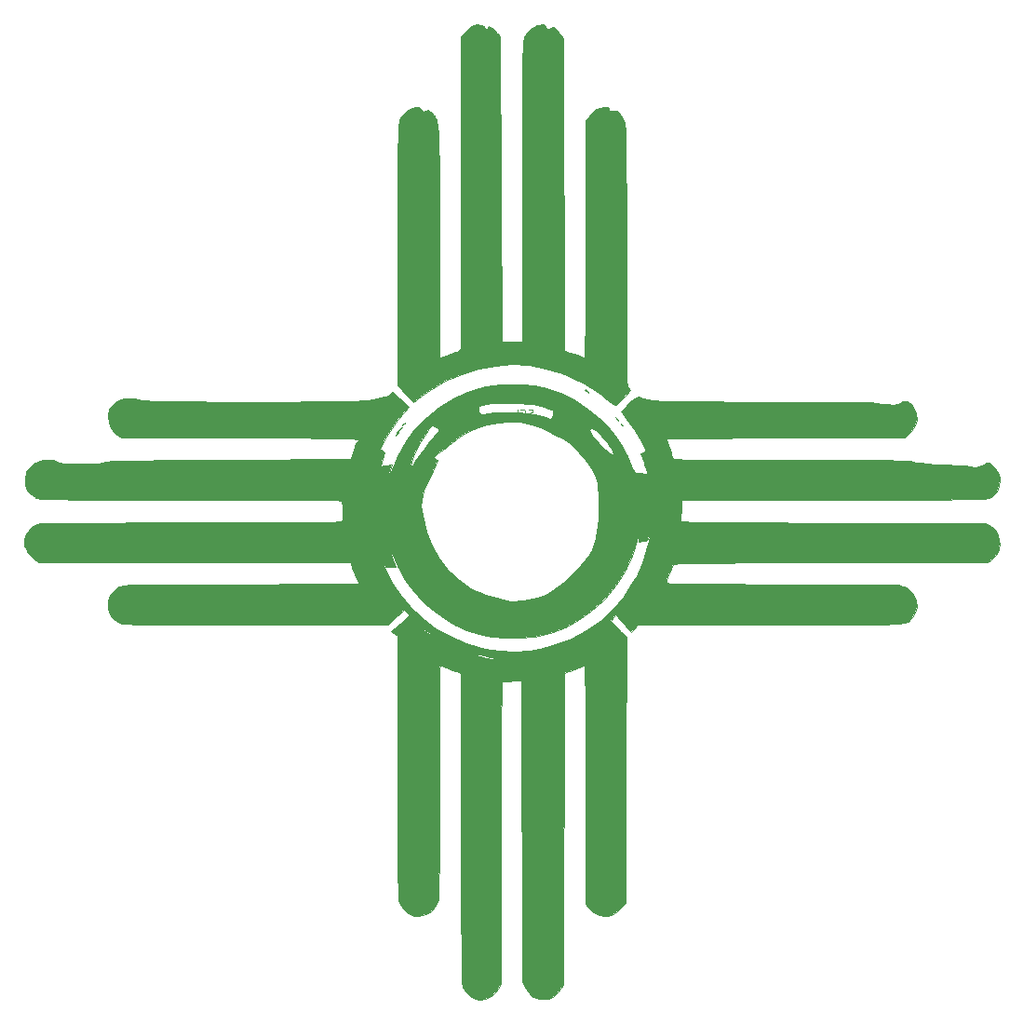
<source format=gbr>
G04 #@! TF.FileFunction,Legend,Bot*
%FSLAX46Y46*%
G04 Gerber Fmt 4.6, Leading zero omitted, Abs format (unit mm)*
G04 Created by KiCad (PCBNEW 4.0.7) date Sunday, July 22, 2018 'PMt' 03:07:14 PM*
%MOMM*%
%LPD*%
G01*
G04 APERTURE LIST*
%ADD10C,0.100000*%
%ADD11C,0.010000*%
G04 APERTURE END LIST*
D10*
D11*
G36*
X209841055Y-74649162D02*
X210364914Y-74660535D01*
X210776358Y-74683146D01*
X211119169Y-74721147D01*
X211437130Y-74778695D01*
X211774021Y-74859943D01*
X211963371Y-74910786D01*
X213443272Y-75411406D01*
X214811826Y-76070266D01*
X216059086Y-76881688D01*
X217175108Y-77839991D01*
X217285396Y-77950040D01*
X218193809Y-78958882D01*
X218946594Y-80001103D01*
X219577140Y-81129259D01*
X220118837Y-82395911D01*
X220131866Y-82430708D01*
X220266505Y-82774636D01*
X220365266Y-82993844D01*
X220416679Y-83065110D01*
X220417137Y-83034000D01*
X221361000Y-83034000D01*
X221411000Y-83084000D01*
X221461000Y-83034000D01*
X221411000Y-82984000D01*
X221361000Y-83034000D01*
X220417137Y-83034000D01*
X220417506Y-83009000D01*
X220365999Y-82684000D01*
X220805166Y-82684000D01*
X221101901Y-82711167D01*
X221275890Y-82782644D01*
X221294771Y-82809000D01*
X221339572Y-82855372D01*
X221353105Y-82774977D01*
X221326267Y-82612707D01*
X221247827Y-82314854D01*
X221132328Y-81934581D01*
X221076487Y-81763741D01*
X220791974Y-80911529D01*
X221021897Y-80772020D01*
X221251820Y-80632510D01*
X220923490Y-79980151D01*
X220161576Y-78659188D01*
X219428215Y-77660412D01*
X219202576Y-77378501D01*
X219036779Y-77162014D01*
X218962339Y-77052283D01*
X218961000Y-77047669D01*
X219030616Y-76968789D01*
X219218118Y-76787878D01*
X219491485Y-76535296D01*
X219697108Y-76349699D01*
X220040873Y-76047612D01*
X220277501Y-75861316D01*
X220445462Y-75769495D01*
X220583226Y-75750834D01*
X220722108Y-75781750D01*
X220931503Y-75848168D01*
X221120479Y-75906853D01*
X221302142Y-75958288D01*
X221489599Y-76002957D01*
X221695956Y-76041342D01*
X221934320Y-76073928D01*
X222217795Y-76101198D01*
X222559490Y-76123634D01*
X222972510Y-76141722D01*
X223469961Y-76155943D01*
X224064949Y-76166781D01*
X224770581Y-76174720D01*
X225599964Y-76180244D01*
X226566202Y-76183834D01*
X227682403Y-76185976D01*
X228961673Y-76187152D01*
X230417118Y-76187845D01*
X231747483Y-76188391D01*
X233395379Y-76190210D01*
X234932189Y-76194058D01*
X236348455Y-76199841D01*
X237634717Y-76207462D01*
X238781515Y-76216826D01*
X239779391Y-76227837D01*
X240618884Y-76240401D01*
X241290535Y-76254422D01*
X241784886Y-76269804D01*
X242092475Y-76286452D01*
X242161000Y-76293431D01*
X242792859Y-76376895D01*
X243261253Y-76432645D01*
X243600790Y-76460659D01*
X243846079Y-76460915D01*
X244031728Y-76433389D01*
X244192345Y-76378057D01*
X244362539Y-76294897D01*
X244368183Y-76291957D01*
X244629194Y-76164756D01*
X244802651Y-76128681D01*
X244976779Y-76179446D01*
X245128358Y-76255034D01*
X245393228Y-76439643D01*
X245587885Y-76656148D01*
X245603937Y-76684146D01*
X245842140Y-77280080D01*
X245894522Y-77817602D01*
X245757363Y-78320999D01*
X245426944Y-78814559D01*
X245248292Y-79006231D01*
X244770523Y-79484000D01*
X233915761Y-79484000D01*
X232460584Y-79484468D01*
X231062701Y-79485833D01*
X229734963Y-79488033D01*
X228490220Y-79491006D01*
X227341322Y-79494691D01*
X226301119Y-79499026D01*
X225382461Y-79503949D01*
X224598198Y-79509399D01*
X223961182Y-79515316D01*
X223484261Y-79521636D01*
X223180286Y-79528298D01*
X223062107Y-79535241D01*
X223061000Y-79535987D01*
X223095920Y-79648345D01*
X223187322Y-79892004D01*
X223311000Y-80203227D01*
X223440267Y-80546827D01*
X223530584Y-80835550D01*
X223561000Y-80994097D01*
X223628215Y-81205115D01*
X223718142Y-81326857D01*
X223758289Y-81352077D01*
X223832809Y-81374484D01*
X223952864Y-81394244D01*
X224129617Y-81411521D01*
X224374229Y-81426480D01*
X224697862Y-81439284D01*
X225111680Y-81450100D01*
X225626843Y-81459092D01*
X226254515Y-81466423D01*
X227005857Y-81472260D01*
X227892032Y-81476766D01*
X228924201Y-81480107D01*
X230113528Y-81482447D01*
X231471173Y-81483950D01*
X233008300Y-81484782D01*
X234443142Y-81485082D01*
X236147014Y-81485508D01*
X237662415Y-81486526D01*
X239000875Y-81488304D01*
X240173924Y-81491006D01*
X241193091Y-81494799D01*
X242069906Y-81499849D01*
X242815897Y-81506322D01*
X243442595Y-81514383D01*
X243961529Y-81524198D01*
X244384228Y-81535935D01*
X244722221Y-81549757D01*
X244987039Y-81565832D01*
X245190209Y-81584325D01*
X245343263Y-81605403D01*
X245457729Y-81629230D01*
X245511000Y-81644382D01*
X245812446Y-81712071D01*
X246265023Y-81770085D01*
X246882623Y-81819664D01*
X247679141Y-81862053D01*
X248161000Y-81881385D01*
X248822068Y-81910417D01*
X249437726Y-81946407D01*
X249971877Y-81986543D01*
X250388427Y-82028013D01*
X250651281Y-82068005D01*
X250692545Y-82078594D01*
X251219931Y-82143459D01*
X251754983Y-82010858D01*
X252034987Y-81865682D01*
X252253984Y-81742879D01*
X252398137Y-81725559D01*
X252563315Y-81815009D01*
X252646791Y-81873882D01*
X253060712Y-82277308D01*
X253322910Y-82765191D01*
X253428814Y-83296952D01*
X253373850Y-83832013D01*
X253153446Y-84329793D01*
X252951893Y-84581439D01*
X252661332Y-84840936D01*
X252380492Y-84979145D01*
X252089963Y-85037028D01*
X251933309Y-85044518D01*
X251588704Y-85052005D01*
X251068198Y-85059423D01*
X250383841Y-85066704D01*
X249547683Y-85073780D01*
X248571773Y-85080583D01*
X247468160Y-85087045D01*
X246248894Y-85093099D01*
X244926025Y-85098676D01*
X243511603Y-85103710D01*
X242017676Y-85108131D01*
X240456295Y-85111872D01*
X238839510Y-85114865D01*
X238061000Y-85115998D01*
X224511000Y-85134000D01*
X224490247Y-85784000D01*
X224471541Y-86170111D01*
X224444066Y-86512056D01*
X224419491Y-86700278D01*
X224425680Y-86943317D01*
X224497209Y-87072554D01*
X224599489Y-87089494D01*
X224866114Y-87105242D01*
X225300176Y-87119829D01*
X225904770Y-87133285D01*
X226682991Y-87145639D01*
X227637933Y-87156921D01*
X228772689Y-87167160D01*
X230090356Y-87176387D01*
X231594025Y-87184630D01*
X233286793Y-87191921D01*
X235171754Y-87198288D01*
X237252001Y-87203761D01*
X238417964Y-87206276D01*
X252211000Y-87234000D01*
X252582771Y-87466972D01*
X253018541Y-87831850D01*
X253286506Y-88285638D01*
X253398593Y-88851512D01*
X253403473Y-89061454D01*
X253368457Y-89509224D01*
X253253154Y-89856791D01*
X253024595Y-90167398D01*
X252652313Y-90502258D01*
X252306568Y-90782093D01*
X238069676Y-90808046D01*
X236081224Y-90811853D01*
X234283356Y-90815742D01*
X232666657Y-90819828D01*
X231221709Y-90824229D01*
X229939097Y-90829058D01*
X228809406Y-90834433D01*
X227823219Y-90840468D01*
X226971119Y-90847280D01*
X226243692Y-90854983D01*
X225631521Y-90863695D01*
X225125190Y-90873530D01*
X224715283Y-90884605D01*
X224392385Y-90897035D01*
X224147078Y-90910935D01*
X223969948Y-90926422D01*
X223851578Y-90943612D01*
X223782552Y-90962619D01*
X223753454Y-90983560D01*
X223753215Y-90984000D01*
X223575509Y-91344400D01*
X223403493Y-91736137D01*
X223255144Y-92112224D01*
X223148443Y-92425671D01*
X223101368Y-92629488D01*
X223105900Y-92675749D01*
X223189447Y-92694791D01*
X223418750Y-92711832D01*
X223798999Y-92726925D01*
X224335386Y-92740122D01*
X225033100Y-92751476D01*
X225897331Y-92761040D01*
X226933270Y-92768866D01*
X228146107Y-92775008D01*
X229541031Y-92779518D01*
X231123233Y-92782448D01*
X232897904Y-92783852D01*
X233761000Y-92784000D01*
X235228451Y-92784806D01*
X236632206Y-92787157D01*
X237959698Y-92790949D01*
X239198361Y-92796079D01*
X240335627Y-92802446D01*
X241358931Y-92809945D01*
X242255706Y-92818475D01*
X243013386Y-92827932D01*
X243619404Y-92838213D01*
X244061193Y-92849216D01*
X244326188Y-92860837D01*
X244403017Y-92871083D01*
X244531751Y-92952503D01*
X244738421Y-93014484D01*
X245071326Y-93168004D01*
X245394937Y-93464005D01*
X245661683Y-93848667D01*
X245815617Y-94233190D01*
X245878648Y-94827603D01*
X245759972Y-95367360D01*
X245465290Y-95827867D01*
X245439722Y-95854944D01*
X245352990Y-95947661D01*
X245274347Y-96030810D01*
X245193008Y-96104911D01*
X245098188Y-96170485D01*
X244979101Y-96228050D01*
X244824962Y-96278127D01*
X244624987Y-96321235D01*
X244368390Y-96357895D01*
X244044385Y-96388626D01*
X243642188Y-96413948D01*
X243151014Y-96434380D01*
X242560076Y-96450443D01*
X241858591Y-96462656D01*
X241035773Y-96471539D01*
X240080836Y-96477612D01*
X238982996Y-96481394D01*
X237731467Y-96483406D01*
X236315464Y-96484168D01*
X234724203Y-96484198D01*
X232946897Y-96484017D01*
X232387549Y-96484000D01*
X220549725Y-96484000D01*
X219950363Y-97134000D01*
X219230681Y-96350017D01*
X218511000Y-95566035D01*
X218267164Y-95826512D01*
X218023329Y-96086989D01*
X218417164Y-96504579D01*
X218710196Y-96812299D01*
X219010564Y-97123195D01*
X219138327Y-97253578D01*
X219465654Y-97584987D01*
X219438327Y-109663568D01*
X219411000Y-121742150D01*
X219083830Y-122155204D01*
X218668564Y-122554629D01*
X218170695Y-122839528D01*
X217653276Y-122976629D01*
X217513213Y-122984000D01*
X217071332Y-122899730D01*
X216613286Y-122672464D01*
X216207327Y-122340517D01*
X216061000Y-122168773D01*
X215811000Y-121834000D01*
X215784684Y-111009000D01*
X215779930Y-109235372D01*
X215774686Y-107652535D01*
X215768824Y-106251281D01*
X215762216Y-105022400D01*
X215754735Y-103956684D01*
X215746253Y-103044923D01*
X215736642Y-102277910D01*
X215725775Y-101646436D01*
X215713525Y-101141291D01*
X215699763Y-100753268D01*
X215684363Y-100473156D01*
X215667196Y-100291749D01*
X215648135Y-100199836D01*
X215634684Y-100183722D01*
X215473306Y-100223918D01*
X215215719Y-100325138D01*
X215111000Y-100372813D01*
X214746452Y-100527113D01*
X214346238Y-100671281D01*
X214261000Y-100698090D01*
X213811000Y-100834000D01*
X213711000Y-129234000D01*
X213484447Y-129598315D01*
X213253308Y-129896977D01*
X212960603Y-130186215D01*
X212884447Y-130247988D01*
X212627484Y-130417538D01*
X212373193Y-130503806D01*
X212033714Y-130532469D01*
X211906955Y-130533673D01*
X211537664Y-130519523D01*
X211277403Y-130457292D01*
X211036118Y-130318041D01*
X210889825Y-130206830D01*
X210588270Y-129907383D01*
X210319172Y-129541876D01*
X210243870Y-129406830D01*
X210011000Y-128934000D01*
X209959374Y-101534000D01*
X208190200Y-101597442D01*
X208123125Y-102867976D01*
X208114697Y-103129045D01*
X208106697Y-103576451D01*
X208099185Y-104196529D01*
X208092221Y-104975617D01*
X208085862Y-105900052D01*
X208080168Y-106956171D01*
X208075199Y-108130309D01*
X208071012Y-109408804D01*
X208067668Y-110777993D01*
X208065224Y-112224212D01*
X208063741Y-113733798D01*
X208063277Y-115293088D01*
X208063712Y-116621625D01*
X208071374Y-129104739D01*
X207828705Y-129569369D01*
X207512690Y-129991039D01*
X207084022Y-130311312D01*
X206592606Y-130509186D01*
X206088344Y-130563658D01*
X205673726Y-130476343D01*
X205268348Y-130248106D01*
X204905782Y-129928086D01*
X204646739Y-129575105D01*
X204578091Y-129414786D01*
X204560319Y-129305336D01*
X204544008Y-129091063D01*
X204529087Y-128764852D01*
X204515487Y-128319591D01*
X204503136Y-127748165D01*
X204491965Y-127043461D01*
X204481904Y-126198365D01*
X204472882Y-125205764D01*
X204464829Y-124058544D01*
X204457675Y-122749591D01*
X204451350Y-121271792D01*
X204445783Y-119618033D01*
X204440905Y-117781200D01*
X204436644Y-115754181D01*
X204435175Y-114934000D01*
X204411000Y-100834000D01*
X203961000Y-100696670D01*
X203643848Y-100589851D01*
X203288594Y-100447295D01*
X202840830Y-100246335D01*
X202536000Y-100102978D01*
X202525818Y-100195896D01*
X202516043Y-100475851D01*
X202506768Y-100929881D01*
X202498085Y-101545024D01*
X202490086Y-102308315D01*
X202482864Y-103206794D01*
X202476510Y-104227498D01*
X202471117Y-105357463D01*
X202466778Y-106583728D01*
X202463584Y-107893329D01*
X202461627Y-109273305D01*
X202461000Y-110639064D01*
X202460428Y-112439198D01*
X202458647Y-114048114D01*
X202455561Y-115474589D01*
X202451072Y-116727401D01*
X202445084Y-117815331D01*
X202437499Y-118747154D01*
X202428221Y-119531650D01*
X202417152Y-120177598D01*
X202404196Y-120693774D01*
X202389255Y-121088958D01*
X202372233Y-121371928D01*
X202353032Y-121551463D01*
X202339735Y-121615541D01*
X202084116Y-122142083D01*
X201686341Y-122556447D01*
X201183203Y-122835771D01*
X200611493Y-122957198D01*
X200209614Y-122939019D01*
X199730667Y-122771826D01*
X199306445Y-122444199D01*
X198975229Y-121995024D01*
X198780746Y-121487510D01*
X198761182Y-121348786D01*
X198743629Y-121105749D01*
X198728009Y-120750437D01*
X198714244Y-120274890D01*
X198702256Y-119671144D01*
X198691968Y-118931239D01*
X198683302Y-118047211D01*
X198676179Y-117011100D01*
X198670522Y-115814943D01*
X198666254Y-114450778D01*
X198663296Y-112910644D01*
X198661570Y-111186578D01*
X198661000Y-109270618D01*
X198661000Y-99126518D01*
X205585148Y-99126518D01*
X205647473Y-99173946D01*
X205846380Y-99254005D01*
X206125159Y-99347961D01*
X206427099Y-99437084D01*
X206695490Y-99502641D01*
X206761000Y-99514914D01*
X207099537Y-99562534D01*
X207294783Y-99562278D01*
X207397670Y-99513986D01*
X207398756Y-99512910D01*
X207339346Y-99465258D01*
X207121582Y-99395199D01*
X206784255Y-99313984D01*
X206546049Y-99265617D01*
X206142297Y-99192991D01*
X205819634Y-99143220D01*
X205623132Y-99122831D01*
X205585148Y-99126518D01*
X198661000Y-99126518D01*
X198661000Y-99034000D01*
X205361000Y-99034000D01*
X205411000Y-99084000D01*
X205461000Y-99034000D01*
X205411000Y-98984000D01*
X205361000Y-99034000D01*
X198661000Y-99034000D01*
X198661000Y-97634000D01*
X202161000Y-97634000D01*
X202211000Y-97684000D01*
X202261000Y-97634000D01*
X202211000Y-97584000D01*
X202161000Y-97634000D01*
X198661000Y-97634000D01*
X198661000Y-97534000D01*
X201961000Y-97534000D01*
X202011000Y-97584000D01*
X202061000Y-97534000D01*
X202011000Y-97484000D01*
X201961000Y-97534000D01*
X198661000Y-97534000D01*
X198661000Y-97500681D01*
X198111000Y-97085655D01*
X198394617Y-96826422D01*
X200921929Y-96826422D01*
X201040059Y-96970249D01*
X201268910Y-97151385D01*
X201397053Y-97233977D01*
X201693286Y-97404205D01*
X201851122Y-97478306D01*
X201858548Y-97451349D01*
X201806000Y-97401793D01*
X201503440Y-97153572D01*
X201232762Y-96955205D01*
X201028337Y-96829064D01*
X200924538Y-96797518D01*
X200921929Y-96826422D01*
X198394617Y-96826422D01*
X198611000Y-96628643D01*
X198928887Y-96344609D01*
X199242857Y-96074551D01*
X199440239Y-95912712D01*
X199769479Y-95653794D01*
X199495710Y-95368040D01*
X199221940Y-95082287D01*
X198516470Y-95787642D01*
X197811000Y-96492998D01*
X185860945Y-96487326D01*
X183917046Y-96485560D01*
X182124383Y-96482203D01*
X180487692Y-96477296D01*
X179011708Y-96470881D01*
X177701168Y-96462996D01*
X176560806Y-96453683D01*
X175595358Y-96442982D01*
X174809561Y-96430933D01*
X174208149Y-96417577D01*
X173795859Y-96402955D01*
X173577425Y-96387106D01*
X173550617Y-96382177D01*
X173064854Y-96154520D01*
X172693841Y-95795391D01*
X172446759Y-95343188D01*
X172332790Y-94836309D01*
X172361117Y-94313150D01*
X172540921Y-93812110D01*
X172840235Y-93411431D01*
X172934796Y-93313274D01*
X173018669Y-93225893D01*
X173103402Y-93148663D01*
X173200540Y-93080960D01*
X173321628Y-93022159D01*
X173478212Y-92971635D01*
X173681838Y-92928765D01*
X173944051Y-92892924D01*
X174276397Y-92863487D01*
X174690423Y-92839830D01*
X175197673Y-92821329D01*
X175809693Y-92807358D01*
X176538029Y-92797295D01*
X177394226Y-92790513D01*
X178389831Y-92786389D01*
X179536389Y-92784299D01*
X180845446Y-92783617D01*
X182328547Y-92783719D01*
X183997238Y-92783982D01*
X184441121Y-92783999D01*
X185879319Y-92783445D01*
X187261040Y-92781832D01*
X188573172Y-92779233D01*
X189802607Y-92775722D01*
X190936234Y-92771373D01*
X191960942Y-92766260D01*
X192863621Y-92760456D01*
X193631161Y-92754036D01*
X194250451Y-92747073D01*
X194708383Y-92739640D01*
X194991844Y-92731812D01*
X195087567Y-92724099D01*
X195080673Y-92608569D01*
X194995136Y-92383446D01*
X194929234Y-92249160D01*
X194762872Y-91888744D01*
X194604213Y-91476406D01*
X194557453Y-91334061D01*
X194403906Y-90834000D01*
X180357453Y-90809036D01*
X178693909Y-90806082D01*
X177083233Y-90803228D01*
X175536967Y-90800492D01*
X174066657Y-90797896D01*
X172683845Y-90795459D01*
X171400075Y-90793202D01*
X170226893Y-90791145D01*
X169175841Y-90789309D01*
X168258463Y-90787713D01*
X167486304Y-90786377D01*
X166870907Y-90785323D01*
X166423816Y-90784569D01*
X166156575Y-90784137D01*
X166081238Y-90784036D01*
X165867402Y-90707072D01*
X165575017Y-90493386D01*
X165373707Y-90306231D01*
X165225452Y-90122675D01*
X197088991Y-90122675D01*
X197099398Y-90237311D01*
X197182734Y-90492711D01*
X197322565Y-90850709D01*
X197502460Y-91273141D01*
X197705987Y-91721845D01*
X197916715Y-92158655D01*
X198118212Y-92545407D01*
X198178492Y-92653124D01*
X198974058Y-93850397D01*
X199933866Y-94964563D01*
X201032141Y-95974910D01*
X202243108Y-96860725D01*
X203540993Y-97601298D01*
X204900018Y-98175916D01*
X205161000Y-98263969D01*
X206586858Y-98654259D01*
X207954901Y-98875335D01*
X209309382Y-98929978D01*
X210694558Y-98820966D01*
X211606667Y-98668766D01*
X213093489Y-98276697D01*
X214515618Y-97708083D01*
X215855557Y-96976143D01*
X217095809Y-96094096D01*
X218218875Y-95075159D01*
X219207260Y-93932554D01*
X220043466Y-92679498D01*
X220390742Y-92032435D01*
X220925017Y-90845691D01*
X221310244Y-89732848D01*
X221504413Y-88950515D01*
X221585945Y-88529334D01*
X221633515Y-88229114D01*
X221646608Y-88066556D01*
X221624707Y-88058360D01*
X221567296Y-88221225D01*
X221521925Y-88384000D01*
X221437645Y-88659229D01*
X221335795Y-88795641D01*
X221153576Y-88849236D01*
X220982875Y-88864694D01*
X220563265Y-88895388D01*
X220615862Y-88414694D01*
X220628521Y-88237749D01*
X220607484Y-88228448D01*
X220548898Y-88395259D01*
X220448911Y-88746652D01*
X220425182Y-88834000D01*
X219979562Y-90213080D01*
X219416933Y-91456507D01*
X218714249Y-92605179D01*
X217848465Y-93699993D01*
X217423582Y-94160965D01*
X216304562Y-95201230D01*
X215121059Y-96055002D01*
X213866135Y-96725018D01*
X212532851Y-97214018D01*
X211114267Y-97524739D01*
X209603445Y-97659920D01*
X208568785Y-97654955D01*
X207254708Y-97546446D01*
X206059390Y-97319876D01*
X204930575Y-96960883D01*
X203816004Y-96455102D01*
X203416015Y-96238729D01*
X202265612Y-95484633D01*
X201186323Y-94566512D01*
X200204614Y-93515289D01*
X199346949Y-92361891D01*
X198639793Y-91137244D01*
X198211340Y-90156770D01*
X198103093Y-89895190D01*
X198019427Y-89740775D01*
X197990515Y-89721150D01*
X198004546Y-89827009D01*
X198078924Y-90070773D01*
X198198764Y-90405035D01*
X198234547Y-90498380D01*
X198520189Y-91234000D01*
X197566686Y-91234000D01*
X197350432Y-90655743D01*
X197231642Y-90362353D01*
X197136260Y-90170538D01*
X197088991Y-90122675D01*
X165225452Y-90122675D01*
X164992293Y-89834000D01*
X196961000Y-89834000D01*
X197011000Y-89884000D01*
X197061000Y-89834000D01*
X197011000Y-89784000D01*
X196961000Y-89834000D01*
X164992293Y-89834000D01*
X164962094Y-89796611D01*
X164852709Y-89534000D01*
X196861000Y-89534000D01*
X196911000Y-89584000D01*
X196961000Y-89534000D01*
X196911000Y-89484000D01*
X196861000Y-89534000D01*
X164852709Y-89534000D01*
X164807585Y-89425666D01*
X197868894Y-89425666D01*
X197887280Y-89555368D01*
X197921416Y-89556916D01*
X197945288Y-89423077D01*
X197929311Y-89365250D01*
X197884908Y-89327371D01*
X197868894Y-89425666D01*
X164807585Y-89425666D01*
X164749890Y-89287155D01*
X164744637Y-89084000D01*
X197761000Y-89084000D01*
X197797588Y-89166311D01*
X197827666Y-89150666D01*
X197839634Y-89031990D01*
X197827666Y-89017333D01*
X197768216Y-89031060D01*
X197761000Y-89084000D01*
X164744637Y-89084000D01*
X164736581Y-88772499D01*
X164921650Y-88247280D01*
X165143144Y-87904211D01*
X165430670Y-87590428D01*
X165761495Y-87392263D01*
X166158647Y-87271623D01*
X166300004Y-87261702D01*
X166629386Y-87251951D01*
X167134819Y-87242451D01*
X167804329Y-87233282D01*
X168625941Y-87224526D01*
X169587681Y-87216264D01*
X170677574Y-87208578D01*
X171883646Y-87201548D01*
X173193922Y-87195256D01*
X174596427Y-87189782D01*
X176079188Y-87185209D01*
X177630230Y-87181617D01*
X179237578Y-87179088D01*
X179911000Y-87178376D01*
X181534649Y-87176370D01*
X183104780Y-87173388D01*
X184609607Y-87169502D01*
X186037343Y-87164787D01*
X187376203Y-87159317D01*
X188614401Y-87153164D01*
X189740152Y-87146404D01*
X190741669Y-87139109D01*
X191607167Y-87131353D01*
X192324860Y-87123210D01*
X192882963Y-87114754D01*
X193269689Y-87106058D01*
X193473252Y-87097197D01*
X193501505Y-87093366D01*
X193593528Y-87036400D01*
X193649513Y-86924049D01*
X193677370Y-86714842D01*
X193685009Y-86367310D01*
X193683803Y-86137664D01*
X193666717Y-85654143D01*
X200809445Y-85654143D01*
X200847749Y-86157443D01*
X200909871Y-86512669D01*
X201293997Y-87975631D01*
X201810953Y-89293459D01*
X202459378Y-90464189D01*
X203237907Y-91485855D01*
X204145179Y-92356491D01*
X205179829Y-93074132D01*
X205629741Y-93318258D01*
X206127793Y-93540945D01*
X206709079Y-93756075D01*
X207332018Y-93952883D01*
X207955026Y-94120604D01*
X208536520Y-94248472D01*
X209034919Y-94325720D01*
X209408640Y-94341585D01*
X209523215Y-94326263D01*
X209682894Y-94298377D01*
X209961261Y-94257212D01*
X210123215Y-94235015D01*
X211018150Y-94084265D01*
X211744712Y-93890097D01*
X212331467Y-93643966D01*
X212579142Y-93500162D01*
X213730408Y-92650084D01*
X214844566Y-91608943D01*
X215362935Y-91044451D01*
X215780803Y-90546435D01*
X216095938Y-90107219D01*
X216334218Y-89673008D01*
X216521521Y-89190008D01*
X216683725Y-88604423D01*
X216811117Y-88034000D01*
X216880221Y-87584000D01*
X220676789Y-87584000D01*
X220692504Y-87725963D01*
X220727228Y-87709000D01*
X220740435Y-87504265D01*
X220727228Y-87459000D01*
X220690728Y-87446437D01*
X220676789Y-87584000D01*
X216880221Y-87584000D01*
X216894052Y-87493934D01*
X216950513Y-86825766D01*
X216980169Y-86085180D01*
X216982691Y-85327862D01*
X216957749Y-84609498D01*
X216908386Y-84025666D01*
X220568894Y-84025666D01*
X220587280Y-84155368D01*
X220621416Y-84156916D01*
X220645288Y-84023077D01*
X220629311Y-83965250D01*
X220584908Y-83927371D01*
X220568894Y-84025666D01*
X216908386Y-84025666D01*
X216905013Y-83985774D01*
X216839955Y-83584000D01*
X220476789Y-83584000D01*
X220492504Y-83725963D01*
X220527228Y-83709000D01*
X220540435Y-83504265D01*
X220527228Y-83459000D01*
X220490728Y-83446437D01*
X220476789Y-83584000D01*
X216839955Y-83584000D01*
X216837576Y-83569309D01*
X216602718Y-82823093D01*
X216227509Y-82097932D01*
X215695006Y-81366519D01*
X215009002Y-80622100D01*
X214644147Y-80265788D01*
X214339761Y-79991169D01*
X214049808Y-79766554D01*
X213728252Y-79560256D01*
X213329056Y-79340588D01*
X212806186Y-79075863D01*
X212651014Y-78999059D01*
X212184352Y-78780285D01*
X216110926Y-78780285D01*
X216189407Y-78971537D01*
X216390882Y-79252793D01*
X216724355Y-79640284D01*
X217069352Y-80013414D01*
X217482476Y-80444891D01*
X217784362Y-80741073D01*
X217994310Y-80918189D01*
X218131622Y-80992471D01*
X218215597Y-80980147D01*
X218217327Y-80978748D01*
X218270484Y-80887799D01*
X218240618Y-80738525D01*
X218114590Y-80491492D01*
X217981184Y-80269981D01*
X217724634Y-79901683D01*
X217415482Y-79526252D01*
X217086668Y-79176101D01*
X216771133Y-78883641D01*
X216501816Y-78681287D01*
X216311659Y-78601450D01*
X216286929Y-78602858D01*
X216146435Y-78662803D01*
X216110926Y-78780285D01*
X212184352Y-78780285D01*
X211838573Y-78618182D01*
X211136384Y-78340484D01*
X210492370Y-78152315D01*
X209854451Y-78040026D01*
X209170551Y-77989967D01*
X208778038Y-77984000D01*
X207784632Y-78055672D01*
X206772756Y-78259647D01*
X205787402Y-78579359D01*
X204873564Y-78998242D01*
X204076238Y-79499732D01*
X203619798Y-79883090D01*
X203331242Y-80153598D01*
X203097049Y-80360917D01*
X202953980Y-80473006D01*
X202930430Y-80484000D01*
X202807079Y-80539078D01*
X202593905Y-80676334D01*
X202347751Y-80853800D01*
X202125463Y-81029508D01*
X201983883Y-81161491D01*
X201961000Y-81199731D01*
X202038453Y-81302189D01*
X202160326Y-81383639D01*
X202242338Y-81438729D01*
X202275751Y-81516217D01*
X202251248Y-81650134D01*
X202159516Y-81874509D01*
X201991239Y-82223373D01*
X201856863Y-82492243D01*
X201455856Y-83322465D01*
X201158511Y-84020230D01*
X200956926Y-84619073D01*
X200843204Y-85152532D01*
X200809445Y-85654143D01*
X193666717Y-85654143D01*
X193666201Y-85639556D01*
X193623012Y-85325029D01*
X193552069Y-85179041D01*
X193545053Y-85174144D01*
X193431115Y-85164469D01*
X193128773Y-85155108D01*
X192649621Y-85146129D01*
X192005256Y-85137600D01*
X191207272Y-85129592D01*
X190267264Y-85122171D01*
X189196829Y-85115409D01*
X188007560Y-85109372D01*
X186711054Y-85104131D01*
X185318906Y-85099753D01*
X183842711Y-85096308D01*
X182294064Y-85093865D01*
X180684561Y-85092491D01*
X179740596Y-85092214D01*
X177812057Y-85091976D01*
X176073369Y-85091539D01*
X174514386Y-85090762D01*
X173124959Y-85089504D01*
X171894940Y-85087626D01*
X170814182Y-85084986D01*
X169872536Y-85081444D01*
X169059854Y-85076859D01*
X168365988Y-85071090D01*
X167780791Y-85063997D01*
X167294115Y-85055439D01*
X166895811Y-85045276D01*
X166575732Y-85033367D01*
X166323729Y-85019571D01*
X166129656Y-85003748D01*
X165983363Y-84985756D01*
X165874703Y-84965456D01*
X165793527Y-84942707D01*
X165729689Y-84917368D01*
X165688841Y-84897481D01*
X165231142Y-84564010D01*
X164923391Y-84132544D01*
X164907999Y-84084000D01*
X197561000Y-84084000D01*
X197597588Y-84166311D01*
X197627666Y-84150666D01*
X197639634Y-84031990D01*
X197627666Y-84017333D01*
X197568216Y-84031060D01*
X197561000Y-84084000D01*
X164907999Y-84084000D01*
X164766841Y-83638841D01*
X164766738Y-83625666D01*
X197668894Y-83625666D01*
X197687280Y-83755368D01*
X197721416Y-83756916D01*
X197745288Y-83623077D01*
X197729311Y-83565250D01*
X197684908Y-83527371D01*
X197668894Y-83625666D01*
X164766738Y-83625666D01*
X164762747Y-83118662D01*
X164860752Y-82784000D01*
X196861000Y-82784000D01*
X196897588Y-82866311D01*
X196927666Y-82850666D01*
X196939634Y-82731990D01*
X196927666Y-82717333D01*
X196868216Y-82731060D01*
X196861000Y-82784000D01*
X164860752Y-82784000D01*
X164912362Y-82607766D01*
X165216943Y-82141913D01*
X165580897Y-81820211D01*
X165962464Y-81635359D01*
X166433766Y-81520175D01*
X166927882Y-81480091D01*
X167377889Y-81520540D01*
X167716653Y-81646816D01*
X167840192Y-81714590D01*
X167993916Y-81763941D01*
X168209450Y-81797701D01*
X168518421Y-81818702D01*
X168952456Y-81829776D01*
X169543182Y-81833757D01*
X169806729Y-81834000D01*
X170519323Y-81829665D01*
X171060512Y-81815342D01*
X171458730Y-81789051D01*
X171742412Y-81748812D01*
X171939993Y-81692644D01*
X171961000Y-81684000D01*
X172037446Y-81660131D01*
X172156831Y-81638629D01*
X172330029Y-81619302D01*
X172567918Y-81601961D01*
X172881374Y-81586415D01*
X173281272Y-81572471D01*
X173778490Y-81559941D01*
X174383904Y-81548632D01*
X175108390Y-81538354D01*
X175962824Y-81528917D01*
X176958083Y-81520129D01*
X178105043Y-81511799D01*
X179414580Y-81503737D01*
X180897571Y-81495753D01*
X182564893Y-81487654D01*
X183361000Y-81484000D01*
X194411000Y-81434000D01*
X194661000Y-80665678D01*
X194786708Y-80297713D01*
X194897662Y-80005486D01*
X194974168Y-79839998D01*
X194986000Y-79824012D01*
X195038041Y-79771030D01*
X195072550Y-79723859D01*
X195078894Y-79682162D01*
X195046438Y-79645602D01*
X194964549Y-79613839D01*
X194822595Y-79586538D01*
X194609940Y-79563359D01*
X194315952Y-79543967D01*
X193929998Y-79528023D01*
X193441443Y-79515189D01*
X192839654Y-79505129D01*
X192113997Y-79497504D01*
X191253840Y-79491978D01*
X190248549Y-79488211D01*
X189087489Y-79485868D01*
X187760028Y-79484610D01*
X186255532Y-79484100D01*
X184563367Y-79484000D01*
X173489157Y-79484000D01*
X173026907Y-79077110D01*
X172616667Y-78601280D01*
X172381350Y-78067481D01*
X172325943Y-77506364D01*
X172455439Y-76948580D01*
X172627350Y-76623080D01*
X172861254Y-76375354D01*
X173198533Y-76137134D01*
X173553336Y-75962582D01*
X173761000Y-75907867D01*
X174249683Y-75878654D01*
X174728067Y-75899218D01*
X175127440Y-75964000D01*
X175326796Y-76034539D01*
X175475775Y-76060449D01*
X175808169Y-76084194D01*
X176307402Y-76105766D01*
X176956900Y-76125157D01*
X177740089Y-76142356D01*
X178640395Y-76157357D01*
X179641243Y-76170150D01*
X180726059Y-76180726D01*
X181878268Y-76189078D01*
X183081296Y-76195195D01*
X184318569Y-76199070D01*
X185573511Y-76200695D01*
X186829550Y-76200059D01*
X188070111Y-76197156D01*
X189278618Y-76191975D01*
X190438498Y-76184509D01*
X191533177Y-76174748D01*
X192546079Y-76162685D01*
X193460632Y-76148310D01*
X194260259Y-76131615D01*
X194928388Y-76112592D01*
X195448442Y-76091230D01*
X195803850Y-76067523D01*
X195964990Y-76045300D01*
X196397834Y-75950521D01*
X196880313Y-75866508D01*
X197099417Y-75836428D01*
X197531512Y-75753330D01*
X197825115Y-75613631D01*
X197928962Y-75525127D01*
X198103639Y-75362587D01*
X198210805Y-75285074D01*
X198216239Y-75283999D01*
X198301816Y-75350238D01*
X198495356Y-75528722D01*
X198764582Y-75789101D01*
X198966240Y-75989250D01*
X199670092Y-76694500D01*
X199201588Y-77214250D01*
X198653211Y-77875456D01*
X198116017Y-78617921D01*
X197644588Y-79363047D01*
X197403034Y-79804157D01*
X197063363Y-80474314D01*
X197283097Y-80628222D01*
X197502832Y-80782130D01*
X197223143Y-81640958D01*
X197104821Y-82024985D01*
X197022857Y-82332110D01*
X196988745Y-82517028D01*
X196992710Y-82549044D01*
X197044975Y-82500053D01*
X197104338Y-82314042D01*
X197107397Y-82300403D01*
X197165709Y-82118717D01*
X197276382Y-82024423D01*
X197499540Y-81981036D01*
X197654734Y-81968252D01*
X198136642Y-81934000D01*
X197996086Y-82384000D01*
X197873351Y-82799798D01*
X197813127Y-83051318D01*
X197812825Y-83132095D01*
X197869853Y-83035661D01*
X197981621Y-82755552D01*
X198058722Y-82540297D01*
X198293518Y-81981788D01*
X199865069Y-81981788D01*
X199882164Y-82064485D01*
X199966295Y-82020405D01*
X199990483Y-82000764D01*
X200107900Y-81867278D01*
X200305720Y-81605000D01*
X200555477Y-81252909D01*
X200806349Y-80883625D01*
X201127466Y-80420754D01*
X201473761Y-79953156D01*
X201796426Y-79545329D01*
X201981625Y-79330469D01*
X202240663Y-79041956D01*
X202380365Y-78860969D01*
X202418168Y-78749115D01*
X202371511Y-78667999D01*
X202306445Y-78615281D01*
X202024770Y-78420030D01*
X201838747Y-78354124D01*
X201691903Y-78417067D01*
X201527768Y-78608361D01*
X201527712Y-78608435D01*
X201087932Y-79240422D01*
X200683735Y-79907755D01*
X200338343Y-80565680D01*
X200074975Y-81169446D01*
X199916854Y-81674298D01*
X199903746Y-81738208D01*
X199865069Y-81981788D01*
X198293518Y-81981788D01*
X198649903Y-81134058D01*
X199402766Y-79826150D01*
X200303634Y-78631065D01*
X201338827Y-77563300D01*
X202412410Y-76703247D01*
X206015792Y-76703247D01*
X206050794Y-76944060D01*
X206070511Y-77022230D01*
X206153155Y-77266287D01*
X206252069Y-77360435D01*
X206420840Y-77351251D01*
X206443522Y-77346465D01*
X207442323Y-77188140D01*
X208508758Y-77121938D01*
X209588840Y-77145254D01*
X210628587Y-77255484D01*
X211574014Y-77450023D01*
X212111000Y-77619930D01*
X212425940Y-77722666D01*
X212611030Y-77725107D01*
X212717147Y-77612617D01*
X212780067Y-77427484D01*
X212824572Y-77181229D01*
X212817650Y-77019405D01*
X212686060Y-76907677D01*
X212385888Y-76780650D01*
X211947018Y-76647742D01*
X211399335Y-76518370D01*
X210957516Y-76433246D01*
X210451905Y-76365751D01*
X209855785Y-76320541D01*
X209204050Y-76296622D01*
X208531592Y-76293000D01*
X207873308Y-76308680D01*
X207264090Y-76342670D01*
X206738832Y-76393976D01*
X206332430Y-76461603D01*
X206079777Y-76544558D01*
X206037989Y-76573359D01*
X206015792Y-76703247D01*
X202412410Y-76703247D01*
X202494669Y-76637349D01*
X203757480Y-75867706D01*
X204812361Y-75383459D01*
X205503211Y-75123908D01*
X206121898Y-74930594D01*
X206719880Y-74794776D01*
X207348615Y-74707715D01*
X208059561Y-74660670D01*
X208904178Y-74644903D01*
X209161000Y-74644872D01*
X209841055Y-74649162D01*
X209841055Y-74649162D01*
G37*
X209841055Y-74649162D02*
X210364914Y-74660535D01*
X210776358Y-74683146D01*
X211119169Y-74721147D01*
X211437130Y-74778695D01*
X211774021Y-74859943D01*
X211963371Y-74910786D01*
X213443272Y-75411406D01*
X214811826Y-76070266D01*
X216059086Y-76881688D01*
X217175108Y-77839991D01*
X217285396Y-77950040D01*
X218193809Y-78958882D01*
X218946594Y-80001103D01*
X219577140Y-81129259D01*
X220118837Y-82395911D01*
X220131866Y-82430708D01*
X220266505Y-82774636D01*
X220365266Y-82993844D01*
X220416679Y-83065110D01*
X220417137Y-83034000D01*
X221361000Y-83034000D01*
X221411000Y-83084000D01*
X221461000Y-83034000D01*
X221411000Y-82984000D01*
X221361000Y-83034000D01*
X220417137Y-83034000D01*
X220417506Y-83009000D01*
X220365999Y-82684000D01*
X220805166Y-82684000D01*
X221101901Y-82711167D01*
X221275890Y-82782644D01*
X221294771Y-82809000D01*
X221339572Y-82855372D01*
X221353105Y-82774977D01*
X221326267Y-82612707D01*
X221247827Y-82314854D01*
X221132328Y-81934581D01*
X221076487Y-81763741D01*
X220791974Y-80911529D01*
X221021897Y-80772020D01*
X221251820Y-80632510D01*
X220923490Y-79980151D01*
X220161576Y-78659188D01*
X219428215Y-77660412D01*
X219202576Y-77378501D01*
X219036779Y-77162014D01*
X218962339Y-77052283D01*
X218961000Y-77047669D01*
X219030616Y-76968789D01*
X219218118Y-76787878D01*
X219491485Y-76535296D01*
X219697108Y-76349699D01*
X220040873Y-76047612D01*
X220277501Y-75861316D01*
X220445462Y-75769495D01*
X220583226Y-75750834D01*
X220722108Y-75781750D01*
X220931503Y-75848168D01*
X221120479Y-75906853D01*
X221302142Y-75958288D01*
X221489599Y-76002957D01*
X221695956Y-76041342D01*
X221934320Y-76073928D01*
X222217795Y-76101198D01*
X222559490Y-76123634D01*
X222972510Y-76141722D01*
X223469961Y-76155943D01*
X224064949Y-76166781D01*
X224770581Y-76174720D01*
X225599964Y-76180244D01*
X226566202Y-76183834D01*
X227682403Y-76185976D01*
X228961673Y-76187152D01*
X230417118Y-76187845D01*
X231747483Y-76188391D01*
X233395379Y-76190210D01*
X234932189Y-76194058D01*
X236348455Y-76199841D01*
X237634717Y-76207462D01*
X238781515Y-76216826D01*
X239779391Y-76227837D01*
X240618884Y-76240401D01*
X241290535Y-76254422D01*
X241784886Y-76269804D01*
X242092475Y-76286452D01*
X242161000Y-76293431D01*
X242792859Y-76376895D01*
X243261253Y-76432645D01*
X243600790Y-76460659D01*
X243846079Y-76460915D01*
X244031728Y-76433389D01*
X244192345Y-76378057D01*
X244362539Y-76294897D01*
X244368183Y-76291957D01*
X244629194Y-76164756D01*
X244802651Y-76128681D01*
X244976779Y-76179446D01*
X245128358Y-76255034D01*
X245393228Y-76439643D01*
X245587885Y-76656148D01*
X245603937Y-76684146D01*
X245842140Y-77280080D01*
X245894522Y-77817602D01*
X245757363Y-78320999D01*
X245426944Y-78814559D01*
X245248292Y-79006231D01*
X244770523Y-79484000D01*
X233915761Y-79484000D01*
X232460584Y-79484468D01*
X231062701Y-79485833D01*
X229734963Y-79488033D01*
X228490220Y-79491006D01*
X227341322Y-79494691D01*
X226301119Y-79499026D01*
X225382461Y-79503949D01*
X224598198Y-79509399D01*
X223961182Y-79515316D01*
X223484261Y-79521636D01*
X223180286Y-79528298D01*
X223062107Y-79535241D01*
X223061000Y-79535987D01*
X223095920Y-79648345D01*
X223187322Y-79892004D01*
X223311000Y-80203227D01*
X223440267Y-80546827D01*
X223530584Y-80835550D01*
X223561000Y-80994097D01*
X223628215Y-81205115D01*
X223718142Y-81326857D01*
X223758289Y-81352077D01*
X223832809Y-81374484D01*
X223952864Y-81394244D01*
X224129617Y-81411521D01*
X224374229Y-81426480D01*
X224697862Y-81439284D01*
X225111680Y-81450100D01*
X225626843Y-81459092D01*
X226254515Y-81466423D01*
X227005857Y-81472260D01*
X227892032Y-81476766D01*
X228924201Y-81480107D01*
X230113528Y-81482447D01*
X231471173Y-81483950D01*
X233008300Y-81484782D01*
X234443142Y-81485082D01*
X236147014Y-81485508D01*
X237662415Y-81486526D01*
X239000875Y-81488304D01*
X240173924Y-81491006D01*
X241193091Y-81494799D01*
X242069906Y-81499849D01*
X242815897Y-81506322D01*
X243442595Y-81514383D01*
X243961529Y-81524198D01*
X244384228Y-81535935D01*
X244722221Y-81549757D01*
X244987039Y-81565832D01*
X245190209Y-81584325D01*
X245343263Y-81605403D01*
X245457729Y-81629230D01*
X245511000Y-81644382D01*
X245812446Y-81712071D01*
X246265023Y-81770085D01*
X246882623Y-81819664D01*
X247679141Y-81862053D01*
X248161000Y-81881385D01*
X248822068Y-81910417D01*
X249437726Y-81946407D01*
X249971877Y-81986543D01*
X250388427Y-82028013D01*
X250651281Y-82068005D01*
X250692545Y-82078594D01*
X251219931Y-82143459D01*
X251754983Y-82010858D01*
X252034987Y-81865682D01*
X252253984Y-81742879D01*
X252398137Y-81725559D01*
X252563315Y-81815009D01*
X252646791Y-81873882D01*
X253060712Y-82277308D01*
X253322910Y-82765191D01*
X253428814Y-83296952D01*
X253373850Y-83832013D01*
X253153446Y-84329793D01*
X252951893Y-84581439D01*
X252661332Y-84840936D01*
X252380492Y-84979145D01*
X252089963Y-85037028D01*
X251933309Y-85044518D01*
X251588704Y-85052005D01*
X251068198Y-85059423D01*
X250383841Y-85066704D01*
X249547683Y-85073780D01*
X248571773Y-85080583D01*
X247468160Y-85087045D01*
X246248894Y-85093099D01*
X244926025Y-85098676D01*
X243511603Y-85103710D01*
X242017676Y-85108131D01*
X240456295Y-85111872D01*
X238839510Y-85114865D01*
X238061000Y-85115998D01*
X224511000Y-85134000D01*
X224490247Y-85784000D01*
X224471541Y-86170111D01*
X224444066Y-86512056D01*
X224419491Y-86700278D01*
X224425680Y-86943317D01*
X224497209Y-87072554D01*
X224599489Y-87089494D01*
X224866114Y-87105242D01*
X225300176Y-87119829D01*
X225904770Y-87133285D01*
X226682991Y-87145639D01*
X227637933Y-87156921D01*
X228772689Y-87167160D01*
X230090356Y-87176387D01*
X231594025Y-87184630D01*
X233286793Y-87191921D01*
X235171754Y-87198288D01*
X237252001Y-87203761D01*
X238417964Y-87206276D01*
X252211000Y-87234000D01*
X252582771Y-87466972D01*
X253018541Y-87831850D01*
X253286506Y-88285638D01*
X253398593Y-88851512D01*
X253403473Y-89061454D01*
X253368457Y-89509224D01*
X253253154Y-89856791D01*
X253024595Y-90167398D01*
X252652313Y-90502258D01*
X252306568Y-90782093D01*
X238069676Y-90808046D01*
X236081224Y-90811853D01*
X234283356Y-90815742D01*
X232666657Y-90819828D01*
X231221709Y-90824229D01*
X229939097Y-90829058D01*
X228809406Y-90834433D01*
X227823219Y-90840468D01*
X226971119Y-90847280D01*
X226243692Y-90854983D01*
X225631521Y-90863695D01*
X225125190Y-90873530D01*
X224715283Y-90884605D01*
X224392385Y-90897035D01*
X224147078Y-90910935D01*
X223969948Y-90926422D01*
X223851578Y-90943612D01*
X223782552Y-90962619D01*
X223753454Y-90983560D01*
X223753215Y-90984000D01*
X223575509Y-91344400D01*
X223403493Y-91736137D01*
X223255144Y-92112224D01*
X223148443Y-92425671D01*
X223101368Y-92629488D01*
X223105900Y-92675749D01*
X223189447Y-92694791D01*
X223418750Y-92711832D01*
X223798999Y-92726925D01*
X224335386Y-92740122D01*
X225033100Y-92751476D01*
X225897331Y-92761040D01*
X226933270Y-92768866D01*
X228146107Y-92775008D01*
X229541031Y-92779518D01*
X231123233Y-92782448D01*
X232897904Y-92783852D01*
X233761000Y-92784000D01*
X235228451Y-92784806D01*
X236632206Y-92787157D01*
X237959698Y-92790949D01*
X239198361Y-92796079D01*
X240335627Y-92802446D01*
X241358931Y-92809945D01*
X242255706Y-92818475D01*
X243013386Y-92827932D01*
X243619404Y-92838213D01*
X244061193Y-92849216D01*
X244326188Y-92860837D01*
X244403017Y-92871083D01*
X244531751Y-92952503D01*
X244738421Y-93014484D01*
X245071326Y-93168004D01*
X245394937Y-93464005D01*
X245661683Y-93848667D01*
X245815617Y-94233190D01*
X245878648Y-94827603D01*
X245759972Y-95367360D01*
X245465290Y-95827867D01*
X245439722Y-95854944D01*
X245352990Y-95947661D01*
X245274347Y-96030810D01*
X245193008Y-96104911D01*
X245098188Y-96170485D01*
X244979101Y-96228050D01*
X244824962Y-96278127D01*
X244624987Y-96321235D01*
X244368390Y-96357895D01*
X244044385Y-96388626D01*
X243642188Y-96413948D01*
X243151014Y-96434380D01*
X242560076Y-96450443D01*
X241858591Y-96462656D01*
X241035773Y-96471539D01*
X240080836Y-96477612D01*
X238982996Y-96481394D01*
X237731467Y-96483406D01*
X236315464Y-96484168D01*
X234724203Y-96484198D01*
X232946897Y-96484017D01*
X232387549Y-96484000D01*
X220549725Y-96484000D01*
X219950363Y-97134000D01*
X219230681Y-96350017D01*
X218511000Y-95566035D01*
X218267164Y-95826512D01*
X218023329Y-96086989D01*
X218417164Y-96504579D01*
X218710196Y-96812299D01*
X219010564Y-97123195D01*
X219138327Y-97253578D01*
X219465654Y-97584987D01*
X219438327Y-109663568D01*
X219411000Y-121742150D01*
X219083830Y-122155204D01*
X218668564Y-122554629D01*
X218170695Y-122839528D01*
X217653276Y-122976629D01*
X217513213Y-122984000D01*
X217071332Y-122899730D01*
X216613286Y-122672464D01*
X216207327Y-122340517D01*
X216061000Y-122168773D01*
X215811000Y-121834000D01*
X215784684Y-111009000D01*
X215779930Y-109235372D01*
X215774686Y-107652535D01*
X215768824Y-106251281D01*
X215762216Y-105022400D01*
X215754735Y-103956684D01*
X215746253Y-103044923D01*
X215736642Y-102277910D01*
X215725775Y-101646436D01*
X215713525Y-101141291D01*
X215699763Y-100753268D01*
X215684363Y-100473156D01*
X215667196Y-100291749D01*
X215648135Y-100199836D01*
X215634684Y-100183722D01*
X215473306Y-100223918D01*
X215215719Y-100325138D01*
X215111000Y-100372813D01*
X214746452Y-100527113D01*
X214346238Y-100671281D01*
X214261000Y-100698090D01*
X213811000Y-100834000D01*
X213711000Y-129234000D01*
X213484447Y-129598315D01*
X213253308Y-129896977D01*
X212960603Y-130186215D01*
X212884447Y-130247988D01*
X212627484Y-130417538D01*
X212373193Y-130503806D01*
X212033714Y-130532469D01*
X211906955Y-130533673D01*
X211537664Y-130519523D01*
X211277403Y-130457292D01*
X211036118Y-130318041D01*
X210889825Y-130206830D01*
X210588270Y-129907383D01*
X210319172Y-129541876D01*
X210243870Y-129406830D01*
X210011000Y-128934000D01*
X209959374Y-101534000D01*
X208190200Y-101597442D01*
X208123125Y-102867976D01*
X208114697Y-103129045D01*
X208106697Y-103576451D01*
X208099185Y-104196529D01*
X208092221Y-104975617D01*
X208085862Y-105900052D01*
X208080168Y-106956171D01*
X208075199Y-108130309D01*
X208071012Y-109408804D01*
X208067668Y-110777993D01*
X208065224Y-112224212D01*
X208063741Y-113733798D01*
X208063277Y-115293088D01*
X208063712Y-116621625D01*
X208071374Y-129104739D01*
X207828705Y-129569369D01*
X207512690Y-129991039D01*
X207084022Y-130311312D01*
X206592606Y-130509186D01*
X206088344Y-130563658D01*
X205673726Y-130476343D01*
X205268348Y-130248106D01*
X204905782Y-129928086D01*
X204646739Y-129575105D01*
X204578091Y-129414786D01*
X204560319Y-129305336D01*
X204544008Y-129091063D01*
X204529087Y-128764852D01*
X204515487Y-128319591D01*
X204503136Y-127748165D01*
X204491965Y-127043461D01*
X204481904Y-126198365D01*
X204472882Y-125205764D01*
X204464829Y-124058544D01*
X204457675Y-122749591D01*
X204451350Y-121271792D01*
X204445783Y-119618033D01*
X204440905Y-117781200D01*
X204436644Y-115754181D01*
X204435175Y-114934000D01*
X204411000Y-100834000D01*
X203961000Y-100696670D01*
X203643848Y-100589851D01*
X203288594Y-100447295D01*
X202840830Y-100246335D01*
X202536000Y-100102978D01*
X202525818Y-100195896D01*
X202516043Y-100475851D01*
X202506768Y-100929881D01*
X202498085Y-101545024D01*
X202490086Y-102308315D01*
X202482864Y-103206794D01*
X202476510Y-104227498D01*
X202471117Y-105357463D01*
X202466778Y-106583728D01*
X202463584Y-107893329D01*
X202461627Y-109273305D01*
X202461000Y-110639064D01*
X202460428Y-112439198D01*
X202458647Y-114048114D01*
X202455561Y-115474589D01*
X202451072Y-116727401D01*
X202445084Y-117815331D01*
X202437499Y-118747154D01*
X202428221Y-119531650D01*
X202417152Y-120177598D01*
X202404196Y-120693774D01*
X202389255Y-121088958D01*
X202372233Y-121371928D01*
X202353032Y-121551463D01*
X202339735Y-121615541D01*
X202084116Y-122142083D01*
X201686341Y-122556447D01*
X201183203Y-122835771D01*
X200611493Y-122957198D01*
X200209614Y-122939019D01*
X199730667Y-122771826D01*
X199306445Y-122444199D01*
X198975229Y-121995024D01*
X198780746Y-121487510D01*
X198761182Y-121348786D01*
X198743629Y-121105749D01*
X198728009Y-120750437D01*
X198714244Y-120274890D01*
X198702256Y-119671144D01*
X198691968Y-118931239D01*
X198683302Y-118047211D01*
X198676179Y-117011100D01*
X198670522Y-115814943D01*
X198666254Y-114450778D01*
X198663296Y-112910644D01*
X198661570Y-111186578D01*
X198661000Y-109270618D01*
X198661000Y-99126518D01*
X205585148Y-99126518D01*
X205647473Y-99173946D01*
X205846380Y-99254005D01*
X206125159Y-99347961D01*
X206427099Y-99437084D01*
X206695490Y-99502641D01*
X206761000Y-99514914D01*
X207099537Y-99562534D01*
X207294783Y-99562278D01*
X207397670Y-99513986D01*
X207398756Y-99512910D01*
X207339346Y-99465258D01*
X207121582Y-99395199D01*
X206784255Y-99313984D01*
X206546049Y-99265617D01*
X206142297Y-99192991D01*
X205819634Y-99143220D01*
X205623132Y-99122831D01*
X205585148Y-99126518D01*
X198661000Y-99126518D01*
X198661000Y-99034000D01*
X205361000Y-99034000D01*
X205411000Y-99084000D01*
X205461000Y-99034000D01*
X205411000Y-98984000D01*
X205361000Y-99034000D01*
X198661000Y-99034000D01*
X198661000Y-97634000D01*
X202161000Y-97634000D01*
X202211000Y-97684000D01*
X202261000Y-97634000D01*
X202211000Y-97584000D01*
X202161000Y-97634000D01*
X198661000Y-97634000D01*
X198661000Y-97534000D01*
X201961000Y-97534000D01*
X202011000Y-97584000D01*
X202061000Y-97534000D01*
X202011000Y-97484000D01*
X201961000Y-97534000D01*
X198661000Y-97534000D01*
X198661000Y-97500681D01*
X198111000Y-97085655D01*
X198394617Y-96826422D01*
X200921929Y-96826422D01*
X201040059Y-96970249D01*
X201268910Y-97151385D01*
X201397053Y-97233977D01*
X201693286Y-97404205D01*
X201851122Y-97478306D01*
X201858548Y-97451349D01*
X201806000Y-97401793D01*
X201503440Y-97153572D01*
X201232762Y-96955205D01*
X201028337Y-96829064D01*
X200924538Y-96797518D01*
X200921929Y-96826422D01*
X198394617Y-96826422D01*
X198611000Y-96628643D01*
X198928887Y-96344609D01*
X199242857Y-96074551D01*
X199440239Y-95912712D01*
X199769479Y-95653794D01*
X199495710Y-95368040D01*
X199221940Y-95082287D01*
X198516470Y-95787642D01*
X197811000Y-96492998D01*
X185860945Y-96487326D01*
X183917046Y-96485560D01*
X182124383Y-96482203D01*
X180487692Y-96477296D01*
X179011708Y-96470881D01*
X177701168Y-96462996D01*
X176560806Y-96453683D01*
X175595358Y-96442982D01*
X174809561Y-96430933D01*
X174208149Y-96417577D01*
X173795859Y-96402955D01*
X173577425Y-96387106D01*
X173550617Y-96382177D01*
X173064854Y-96154520D01*
X172693841Y-95795391D01*
X172446759Y-95343188D01*
X172332790Y-94836309D01*
X172361117Y-94313150D01*
X172540921Y-93812110D01*
X172840235Y-93411431D01*
X172934796Y-93313274D01*
X173018669Y-93225893D01*
X173103402Y-93148663D01*
X173200540Y-93080960D01*
X173321628Y-93022159D01*
X173478212Y-92971635D01*
X173681838Y-92928765D01*
X173944051Y-92892924D01*
X174276397Y-92863487D01*
X174690423Y-92839830D01*
X175197673Y-92821329D01*
X175809693Y-92807358D01*
X176538029Y-92797295D01*
X177394226Y-92790513D01*
X178389831Y-92786389D01*
X179536389Y-92784299D01*
X180845446Y-92783617D01*
X182328547Y-92783719D01*
X183997238Y-92783982D01*
X184441121Y-92783999D01*
X185879319Y-92783445D01*
X187261040Y-92781832D01*
X188573172Y-92779233D01*
X189802607Y-92775722D01*
X190936234Y-92771373D01*
X191960942Y-92766260D01*
X192863621Y-92760456D01*
X193631161Y-92754036D01*
X194250451Y-92747073D01*
X194708383Y-92739640D01*
X194991844Y-92731812D01*
X195087567Y-92724099D01*
X195080673Y-92608569D01*
X194995136Y-92383446D01*
X194929234Y-92249160D01*
X194762872Y-91888744D01*
X194604213Y-91476406D01*
X194557453Y-91334061D01*
X194403906Y-90834000D01*
X180357453Y-90809036D01*
X178693909Y-90806082D01*
X177083233Y-90803228D01*
X175536967Y-90800492D01*
X174066657Y-90797896D01*
X172683845Y-90795459D01*
X171400075Y-90793202D01*
X170226893Y-90791145D01*
X169175841Y-90789309D01*
X168258463Y-90787713D01*
X167486304Y-90786377D01*
X166870907Y-90785323D01*
X166423816Y-90784569D01*
X166156575Y-90784137D01*
X166081238Y-90784036D01*
X165867402Y-90707072D01*
X165575017Y-90493386D01*
X165373707Y-90306231D01*
X165225452Y-90122675D01*
X197088991Y-90122675D01*
X197099398Y-90237311D01*
X197182734Y-90492711D01*
X197322565Y-90850709D01*
X197502460Y-91273141D01*
X197705987Y-91721845D01*
X197916715Y-92158655D01*
X198118212Y-92545407D01*
X198178492Y-92653124D01*
X198974058Y-93850397D01*
X199933866Y-94964563D01*
X201032141Y-95974910D01*
X202243108Y-96860725D01*
X203540993Y-97601298D01*
X204900018Y-98175916D01*
X205161000Y-98263969D01*
X206586858Y-98654259D01*
X207954901Y-98875335D01*
X209309382Y-98929978D01*
X210694558Y-98820966D01*
X211606667Y-98668766D01*
X213093489Y-98276697D01*
X214515618Y-97708083D01*
X215855557Y-96976143D01*
X217095809Y-96094096D01*
X218218875Y-95075159D01*
X219207260Y-93932554D01*
X220043466Y-92679498D01*
X220390742Y-92032435D01*
X220925017Y-90845691D01*
X221310244Y-89732848D01*
X221504413Y-88950515D01*
X221585945Y-88529334D01*
X221633515Y-88229114D01*
X221646608Y-88066556D01*
X221624707Y-88058360D01*
X221567296Y-88221225D01*
X221521925Y-88384000D01*
X221437645Y-88659229D01*
X221335795Y-88795641D01*
X221153576Y-88849236D01*
X220982875Y-88864694D01*
X220563265Y-88895388D01*
X220615862Y-88414694D01*
X220628521Y-88237749D01*
X220607484Y-88228448D01*
X220548898Y-88395259D01*
X220448911Y-88746652D01*
X220425182Y-88834000D01*
X219979562Y-90213080D01*
X219416933Y-91456507D01*
X218714249Y-92605179D01*
X217848465Y-93699993D01*
X217423582Y-94160965D01*
X216304562Y-95201230D01*
X215121059Y-96055002D01*
X213866135Y-96725018D01*
X212532851Y-97214018D01*
X211114267Y-97524739D01*
X209603445Y-97659920D01*
X208568785Y-97654955D01*
X207254708Y-97546446D01*
X206059390Y-97319876D01*
X204930575Y-96960883D01*
X203816004Y-96455102D01*
X203416015Y-96238729D01*
X202265612Y-95484633D01*
X201186323Y-94566512D01*
X200204614Y-93515289D01*
X199346949Y-92361891D01*
X198639793Y-91137244D01*
X198211340Y-90156770D01*
X198103093Y-89895190D01*
X198019427Y-89740775D01*
X197990515Y-89721150D01*
X198004546Y-89827009D01*
X198078924Y-90070773D01*
X198198764Y-90405035D01*
X198234547Y-90498380D01*
X198520189Y-91234000D01*
X197566686Y-91234000D01*
X197350432Y-90655743D01*
X197231642Y-90362353D01*
X197136260Y-90170538D01*
X197088991Y-90122675D01*
X165225452Y-90122675D01*
X164992293Y-89834000D01*
X196961000Y-89834000D01*
X197011000Y-89884000D01*
X197061000Y-89834000D01*
X197011000Y-89784000D01*
X196961000Y-89834000D01*
X164992293Y-89834000D01*
X164962094Y-89796611D01*
X164852709Y-89534000D01*
X196861000Y-89534000D01*
X196911000Y-89584000D01*
X196961000Y-89534000D01*
X196911000Y-89484000D01*
X196861000Y-89534000D01*
X164852709Y-89534000D01*
X164807585Y-89425666D01*
X197868894Y-89425666D01*
X197887280Y-89555368D01*
X197921416Y-89556916D01*
X197945288Y-89423077D01*
X197929311Y-89365250D01*
X197884908Y-89327371D01*
X197868894Y-89425666D01*
X164807585Y-89425666D01*
X164749890Y-89287155D01*
X164744637Y-89084000D01*
X197761000Y-89084000D01*
X197797588Y-89166311D01*
X197827666Y-89150666D01*
X197839634Y-89031990D01*
X197827666Y-89017333D01*
X197768216Y-89031060D01*
X197761000Y-89084000D01*
X164744637Y-89084000D01*
X164736581Y-88772499D01*
X164921650Y-88247280D01*
X165143144Y-87904211D01*
X165430670Y-87590428D01*
X165761495Y-87392263D01*
X166158647Y-87271623D01*
X166300004Y-87261702D01*
X166629386Y-87251951D01*
X167134819Y-87242451D01*
X167804329Y-87233282D01*
X168625941Y-87224526D01*
X169587681Y-87216264D01*
X170677574Y-87208578D01*
X171883646Y-87201548D01*
X173193922Y-87195256D01*
X174596427Y-87189782D01*
X176079188Y-87185209D01*
X177630230Y-87181617D01*
X179237578Y-87179088D01*
X179911000Y-87178376D01*
X181534649Y-87176370D01*
X183104780Y-87173388D01*
X184609607Y-87169502D01*
X186037343Y-87164787D01*
X187376203Y-87159317D01*
X188614401Y-87153164D01*
X189740152Y-87146404D01*
X190741669Y-87139109D01*
X191607167Y-87131353D01*
X192324860Y-87123210D01*
X192882963Y-87114754D01*
X193269689Y-87106058D01*
X193473252Y-87097197D01*
X193501505Y-87093366D01*
X193593528Y-87036400D01*
X193649513Y-86924049D01*
X193677370Y-86714842D01*
X193685009Y-86367310D01*
X193683803Y-86137664D01*
X193666717Y-85654143D01*
X200809445Y-85654143D01*
X200847749Y-86157443D01*
X200909871Y-86512669D01*
X201293997Y-87975631D01*
X201810953Y-89293459D01*
X202459378Y-90464189D01*
X203237907Y-91485855D01*
X204145179Y-92356491D01*
X205179829Y-93074132D01*
X205629741Y-93318258D01*
X206127793Y-93540945D01*
X206709079Y-93756075D01*
X207332018Y-93952883D01*
X207955026Y-94120604D01*
X208536520Y-94248472D01*
X209034919Y-94325720D01*
X209408640Y-94341585D01*
X209523215Y-94326263D01*
X209682894Y-94298377D01*
X209961261Y-94257212D01*
X210123215Y-94235015D01*
X211018150Y-94084265D01*
X211744712Y-93890097D01*
X212331467Y-93643966D01*
X212579142Y-93500162D01*
X213730408Y-92650084D01*
X214844566Y-91608943D01*
X215362935Y-91044451D01*
X215780803Y-90546435D01*
X216095938Y-90107219D01*
X216334218Y-89673008D01*
X216521521Y-89190008D01*
X216683725Y-88604423D01*
X216811117Y-88034000D01*
X216880221Y-87584000D01*
X220676789Y-87584000D01*
X220692504Y-87725963D01*
X220727228Y-87709000D01*
X220740435Y-87504265D01*
X220727228Y-87459000D01*
X220690728Y-87446437D01*
X220676789Y-87584000D01*
X216880221Y-87584000D01*
X216894052Y-87493934D01*
X216950513Y-86825766D01*
X216980169Y-86085180D01*
X216982691Y-85327862D01*
X216957749Y-84609498D01*
X216908386Y-84025666D01*
X220568894Y-84025666D01*
X220587280Y-84155368D01*
X220621416Y-84156916D01*
X220645288Y-84023077D01*
X220629311Y-83965250D01*
X220584908Y-83927371D01*
X220568894Y-84025666D01*
X216908386Y-84025666D01*
X216905013Y-83985774D01*
X216839955Y-83584000D01*
X220476789Y-83584000D01*
X220492504Y-83725963D01*
X220527228Y-83709000D01*
X220540435Y-83504265D01*
X220527228Y-83459000D01*
X220490728Y-83446437D01*
X220476789Y-83584000D01*
X216839955Y-83584000D01*
X216837576Y-83569309D01*
X216602718Y-82823093D01*
X216227509Y-82097932D01*
X215695006Y-81366519D01*
X215009002Y-80622100D01*
X214644147Y-80265788D01*
X214339761Y-79991169D01*
X214049808Y-79766554D01*
X213728252Y-79560256D01*
X213329056Y-79340588D01*
X212806186Y-79075863D01*
X212651014Y-78999059D01*
X212184352Y-78780285D01*
X216110926Y-78780285D01*
X216189407Y-78971537D01*
X216390882Y-79252793D01*
X216724355Y-79640284D01*
X217069352Y-80013414D01*
X217482476Y-80444891D01*
X217784362Y-80741073D01*
X217994310Y-80918189D01*
X218131622Y-80992471D01*
X218215597Y-80980147D01*
X218217327Y-80978748D01*
X218270484Y-80887799D01*
X218240618Y-80738525D01*
X218114590Y-80491492D01*
X217981184Y-80269981D01*
X217724634Y-79901683D01*
X217415482Y-79526252D01*
X217086668Y-79176101D01*
X216771133Y-78883641D01*
X216501816Y-78681287D01*
X216311659Y-78601450D01*
X216286929Y-78602858D01*
X216146435Y-78662803D01*
X216110926Y-78780285D01*
X212184352Y-78780285D01*
X211838573Y-78618182D01*
X211136384Y-78340484D01*
X210492370Y-78152315D01*
X209854451Y-78040026D01*
X209170551Y-77989967D01*
X208778038Y-77984000D01*
X207784632Y-78055672D01*
X206772756Y-78259647D01*
X205787402Y-78579359D01*
X204873564Y-78998242D01*
X204076238Y-79499732D01*
X203619798Y-79883090D01*
X203331242Y-80153598D01*
X203097049Y-80360917D01*
X202953980Y-80473006D01*
X202930430Y-80484000D01*
X202807079Y-80539078D01*
X202593905Y-80676334D01*
X202347751Y-80853800D01*
X202125463Y-81029508D01*
X201983883Y-81161491D01*
X201961000Y-81199731D01*
X202038453Y-81302189D01*
X202160326Y-81383639D01*
X202242338Y-81438729D01*
X202275751Y-81516217D01*
X202251248Y-81650134D01*
X202159516Y-81874509D01*
X201991239Y-82223373D01*
X201856863Y-82492243D01*
X201455856Y-83322465D01*
X201158511Y-84020230D01*
X200956926Y-84619073D01*
X200843204Y-85152532D01*
X200809445Y-85654143D01*
X193666717Y-85654143D01*
X193666201Y-85639556D01*
X193623012Y-85325029D01*
X193552069Y-85179041D01*
X193545053Y-85174144D01*
X193431115Y-85164469D01*
X193128773Y-85155108D01*
X192649621Y-85146129D01*
X192005256Y-85137600D01*
X191207272Y-85129592D01*
X190267264Y-85122171D01*
X189196829Y-85115409D01*
X188007560Y-85109372D01*
X186711054Y-85104131D01*
X185318906Y-85099753D01*
X183842711Y-85096308D01*
X182294064Y-85093865D01*
X180684561Y-85092491D01*
X179740596Y-85092214D01*
X177812057Y-85091976D01*
X176073369Y-85091539D01*
X174514386Y-85090762D01*
X173124959Y-85089504D01*
X171894940Y-85087626D01*
X170814182Y-85084986D01*
X169872536Y-85081444D01*
X169059854Y-85076859D01*
X168365988Y-85071090D01*
X167780791Y-85063997D01*
X167294115Y-85055439D01*
X166895811Y-85045276D01*
X166575732Y-85033367D01*
X166323729Y-85019571D01*
X166129656Y-85003748D01*
X165983363Y-84985756D01*
X165874703Y-84965456D01*
X165793527Y-84942707D01*
X165729689Y-84917368D01*
X165688841Y-84897481D01*
X165231142Y-84564010D01*
X164923391Y-84132544D01*
X164907999Y-84084000D01*
X197561000Y-84084000D01*
X197597588Y-84166311D01*
X197627666Y-84150666D01*
X197639634Y-84031990D01*
X197627666Y-84017333D01*
X197568216Y-84031060D01*
X197561000Y-84084000D01*
X164907999Y-84084000D01*
X164766841Y-83638841D01*
X164766738Y-83625666D01*
X197668894Y-83625666D01*
X197687280Y-83755368D01*
X197721416Y-83756916D01*
X197745288Y-83623077D01*
X197729311Y-83565250D01*
X197684908Y-83527371D01*
X197668894Y-83625666D01*
X164766738Y-83625666D01*
X164762747Y-83118662D01*
X164860752Y-82784000D01*
X196861000Y-82784000D01*
X196897588Y-82866311D01*
X196927666Y-82850666D01*
X196939634Y-82731990D01*
X196927666Y-82717333D01*
X196868216Y-82731060D01*
X196861000Y-82784000D01*
X164860752Y-82784000D01*
X164912362Y-82607766D01*
X165216943Y-82141913D01*
X165580897Y-81820211D01*
X165962464Y-81635359D01*
X166433766Y-81520175D01*
X166927882Y-81480091D01*
X167377889Y-81520540D01*
X167716653Y-81646816D01*
X167840192Y-81714590D01*
X167993916Y-81763941D01*
X168209450Y-81797701D01*
X168518421Y-81818702D01*
X168952456Y-81829776D01*
X169543182Y-81833757D01*
X169806729Y-81834000D01*
X170519323Y-81829665D01*
X171060512Y-81815342D01*
X171458730Y-81789051D01*
X171742412Y-81748812D01*
X171939993Y-81692644D01*
X171961000Y-81684000D01*
X172037446Y-81660131D01*
X172156831Y-81638629D01*
X172330029Y-81619302D01*
X172567918Y-81601961D01*
X172881374Y-81586415D01*
X173281272Y-81572471D01*
X173778490Y-81559941D01*
X174383904Y-81548632D01*
X175108390Y-81538354D01*
X175962824Y-81528917D01*
X176958083Y-81520129D01*
X178105043Y-81511799D01*
X179414580Y-81503737D01*
X180897571Y-81495753D01*
X182564893Y-81487654D01*
X183361000Y-81484000D01*
X194411000Y-81434000D01*
X194661000Y-80665678D01*
X194786708Y-80297713D01*
X194897662Y-80005486D01*
X194974168Y-79839998D01*
X194986000Y-79824012D01*
X195038041Y-79771030D01*
X195072550Y-79723859D01*
X195078894Y-79682162D01*
X195046438Y-79645602D01*
X194964549Y-79613839D01*
X194822595Y-79586538D01*
X194609940Y-79563359D01*
X194315952Y-79543967D01*
X193929998Y-79528023D01*
X193441443Y-79515189D01*
X192839654Y-79505129D01*
X192113997Y-79497504D01*
X191253840Y-79491978D01*
X190248549Y-79488211D01*
X189087489Y-79485868D01*
X187760028Y-79484610D01*
X186255532Y-79484100D01*
X184563367Y-79484000D01*
X173489157Y-79484000D01*
X173026907Y-79077110D01*
X172616667Y-78601280D01*
X172381350Y-78067481D01*
X172325943Y-77506364D01*
X172455439Y-76948580D01*
X172627350Y-76623080D01*
X172861254Y-76375354D01*
X173198533Y-76137134D01*
X173553336Y-75962582D01*
X173761000Y-75907867D01*
X174249683Y-75878654D01*
X174728067Y-75899218D01*
X175127440Y-75964000D01*
X175326796Y-76034539D01*
X175475775Y-76060449D01*
X175808169Y-76084194D01*
X176307402Y-76105766D01*
X176956900Y-76125157D01*
X177740089Y-76142356D01*
X178640395Y-76157357D01*
X179641243Y-76170150D01*
X180726059Y-76180726D01*
X181878268Y-76189078D01*
X183081296Y-76195195D01*
X184318569Y-76199070D01*
X185573511Y-76200695D01*
X186829550Y-76200059D01*
X188070111Y-76197156D01*
X189278618Y-76191975D01*
X190438498Y-76184509D01*
X191533177Y-76174748D01*
X192546079Y-76162685D01*
X193460632Y-76148310D01*
X194260259Y-76131615D01*
X194928388Y-76112592D01*
X195448442Y-76091230D01*
X195803850Y-76067523D01*
X195964990Y-76045300D01*
X196397834Y-75950521D01*
X196880313Y-75866508D01*
X197099417Y-75836428D01*
X197531512Y-75753330D01*
X197825115Y-75613631D01*
X197928962Y-75525127D01*
X198103639Y-75362587D01*
X198210805Y-75285074D01*
X198216239Y-75283999D01*
X198301816Y-75350238D01*
X198495356Y-75528722D01*
X198764582Y-75789101D01*
X198966240Y-75989250D01*
X199670092Y-76694500D01*
X199201588Y-77214250D01*
X198653211Y-77875456D01*
X198116017Y-78617921D01*
X197644588Y-79363047D01*
X197403034Y-79804157D01*
X197063363Y-80474314D01*
X197283097Y-80628222D01*
X197502832Y-80782130D01*
X197223143Y-81640958D01*
X197104821Y-82024985D01*
X197022857Y-82332110D01*
X196988745Y-82517028D01*
X196992710Y-82549044D01*
X197044975Y-82500053D01*
X197104338Y-82314042D01*
X197107397Y-82300403D01*
X197165709Y-82118717D01*
X197276382Y-82024423D01*
X197499540Y-81981036D01*
X197654734Y-81968252D01*
X198136642Y-81934000D01*
X197996086Y-82384000D01*
X197873351Y-82799798D01*
X197813127Y-83051318D01*
X197812825Y-83132095D01*
X197869853Y-83035661D01*
X197981621Y-82755552D01*
X198058722Y-82540297D01*
X198293518Y-81981788D01*
X199865069Y-81981788D01*
X199882164Y-82064485D01*
X199966295Y-82020405D01*
X199990483Y-82000764D01*
X200107900Y-81867278D01*
X200305720Y-81605000D01*
X200555477Y-81252909D01*
X200806349Y-80883625D01*
X201127466Y-80420754D01*
X201473761Y-79953156D01*
X201796426Y-79545329D01*
X201981625Y-79330469D01*
X202240663Y-79041956D01*
X202380365Y-78860969D01*
X202418168Y-78749115D01*
X202371511Y-78667999D01*
X202306445Y-78615281D01*
X202024770Y-78420030D01*
X201838747Y-78354124D01*
X201691903Y-78417067D01*
X201527768Y-78608361D01*
X201527712Y-78608435D01*
X201087932Y-79240422D01*
X200683735Y-79907755D01*
X200338343Y-80565680D01*
X200074975Y-81169446D01*
X199916854Y-81674298D01*
X199903746Y-81738208D01*
X199865069Y-81981788D01*
X198293518Y-81981788D01*
X198649903Y-81134058D01*
X199402766Y-79826150D01*
X200303634Y-78631065D01*
X201338827Y-77563300D01*
X202412410Y-76703247D01*
X206015792Y-76703247D01*
X206050794Y-76944060D01*
X206070511Y-77022230D01*
X206153155Y-77266287D01*
X206252069Y-77360435D01*
X206420840Y-77351251D01*
X206443522Y-77346465D01*
X207442323Y-77188140D01*
X208508758Y-77121938D01*
X209588840Y-77145254D01*
X210628587Y-77255484D01*
X211574014Y-77450023D01*
X212111000Y-77619930D01*
X212425940Y-77722666D01*
X212611030Y-77725107D01*
X212717147Y-77612617D01*
X212780067Y-77427484D01*
X212824572Y-77181229D01*
X212817650Y-77019405D01*
X212686060Y-76907677D01*
X212385888Y-76780650D01*
X211947018Y-76647742D01*
X211399335Y-76518370D01*
X210957516Y-76433246D01*
X210451905Y-76365751D01*
X209855785Y-76320541D01*
X209204050Y-76296622D01*
X208531592Y-76293000D01*
X207873308Y-76308680D01*
X207264090Y-76342670D01*
X206738832Y-76393976D01*
X206332430Y-76461603D01*
X206079777Y-76544558D01*
X206037989Y-76573359D01*
X206015792Y-76703247D01*
X202412410Y-76703247D01*
X202494669Y-76637349D01*
X203757480Y-75867706D01*
X204812361Y-75383459D01*
X205503211Y-75123908D01*
X206121898Y-74930594D01*
X206719880Y-74794776D01*
X207348615Y-74707715D01*
X208059561Y-74660670D01*
X208904178Y-74644903D01*
X209161000Y-74644872D01*
X209841055Y-74649162D01*
G36*
X198561000Y-79234000D02*
X198511000Y-79284000D01*
X198461000Y-79234000D01*
X198511000Y-79184000D01*
X198561000Y-79234000D01*
X198561000Y-79234000D01*
G37*
X198561000Y-79234000D02*
X198511000Y-79284000D01*
X198461000Y-79234000D01*
X198511000Y-79184000D01*
X198561000Y-79234000D01*
G36*
X198729626Y-78948594D02*
X198711000Y-78984000D01*
X198616778Y-79079500D01*
X198599196Y-79084000D01*
X198592373Y-79019405D01*
X198611000Y-78984000D01*
X198705221Y-78888499D01*
X198722803Y-78884000D01*
X198729626Y-78948594D01*
X198729626Y-78948594D01*
G37*
X198729626Y-78948594D02*
X198711000Y-78984000D01*
X198616778Y-79079500D01*
X198599196Y-79084000D01*
X198592373Y-79019405D01*
X198611000Y-78984000D01*
X198705221Y-78888499D01*
X198722803Y-78884000D01*
X198729626Y-78948594D01*
G36*
X199029617Y-78536544D02*
X198973755Y-78609000D01*
X198827794Y-78764467D01*
X198762641Y-78763791D01*
X198761000Y-78746244D01*
X198829337Y-78662770D01*
X198936000Y-78571244D01*
X199054449Y-78484759D01*
X199029617Y-78536544D01*
X199029617Y-78536544D01*
G37*
X199029617Y-78536544D02*
X198973755Y-78609000D01*
X198827794Y-78764467D01*
X198762641Y-78763791D01*
X198761000Y-78746244D01*
X198829337Y-78662770D01*
X198936000Y-78571244D01*
X199054449Y-78484759D01*
X199029617Y-78536544D01*
G36*
X199329617Y-78136544D02*
X199273755Y-78209000D01*
X199127794Y-78364467D01*
X199062641Y-78363791D01*
X199061000Y-78346244D01*
X199129337Y-78262770D01*
X199236000Y-78171244D01*
X199354449Y-78084759D01*
X199329617Y-78136544D01*
X199329617Y-78136544D01*
G37*
X199329617Y-78136544D02*
X199273755Y-78209000D01*
X199127794Y-78364467D01*
X199062641Y-78363791D01*
X199061000Y-78346244D01*
X199129337Y-78262770D01*
X199236000Y-78171244D01*
X199354449Y-78084759D01*
X199329617Y-78136544D01*
G36*
X219045549Y-78224450D02*
X219152061Y-78317409D01*
X219161000Y-78339901D01*
X219113542Y-78381002D01*
X219014736Y-78288905D01*
X219001450Y-78268549D01*
X218989664Y-78200119D01*
X219045549Y-78224450D01*
X219045549Y-78224450D01*
G37*
X219045549Y-78224450D02*
X219152061Y-78317409D01*
X219161000Y-78339901D01*
X219113542Y-78381002D01*
X219014736Y-78288905D01*
X219001450Y-78268549D01*
X218989664Y-78200119D01*
X219045549Y-78224450D01*
G36*
X218513544Y-77615382D02*
X218586000Y-77671244D01*
X218741467Y-77817205D01*
X218740791Y-77882358D01*
X218723244Y-77884000D01*
X218639770Y-77815662D01*
X218548244Y-77709000D01*
X218461759Y-77590550D01*
X218513544Y-77615382D01*
X218513544Y-77615382D01*
G37*
X218513544Y-77615382D02*
X218586000Y-77671244D01*
X218741467Y-77817205D01*
X218740791Y-77882358D01*
X218723244Y-77884000D01*
X218639770Y-77815662D01*
X218548244Y-77709000D01*
X218461759Y-77590550D01*
X218513544Y-77615382D01*
G36*
X206239654Y-41902341D02*
X206534189Y-42066030D01*
X206568239Y-42102415D01*
X206715853Y-42252920D01*
X206808264Y-42256982D01*
X206884463Y-42166333D01*
X206978706Y-42063454D01*
X207089991Y-42074456D01*
X207276885Y-42195311D01*
X207527147Y-42416222D01*
X207764919Y-42689486D01*
X207782022Y-42712977D01*
X208011000Y-43034000D01*
X208111000Y-70734000D01*
X209978029Y-70734000D01*
X209994514Y-57134000D01*
X209996897Y-55211343D01*
X209999251Y-53478424D01*
X210001734Y-51924979D01*
X210004503Y-50540745D01*
X210007716Y-49315460D01*
X210011531Y-48238861D01*
X210016106Y-47300685D01*
X210021598Y-46490669D01*
X210028166Y-45798550D01*
X210035965Y-45214066D01*
X210045155Y-44726954D01*
X210055894Y-44326950D01*
X210068337Y-44003793D01*
X210082645Y-43747219D01*
X210098973Y-43546965D01*
X210117480Y-43392769D01*
X210138324Y-43274368D01*
X210161662Y-43181499D01*
X210187651Y-43103899D01*
X210211000Y-43044592D01*
X210506059Y-42542695D01*
X210913530Y-42165255D01*
X211395442Y-41944117D01*
X211562487Y-41911117D01*
X211850212Y-41890646D01*
X212026649Y-41945223D01*
X212169864Y-42094050D01*
X212318748Y-42253398D01*
X212452441Y-42262604D01*
X212558874Y-42206714D01*
X212776168Y-42136123D01*
X212993577Y-42212899D01*
X213237771Y-42452179D01*
X213418257Y-42694453D01*
X213711000Y-43116860D01*
X213811000Y-71529198D01*
X214111000Y-71618310D01*
X214367914Y-71704534D01*
X214720852Y-71834992D01*
X214998755Y-71943729D01*
X215317160Y-72058680D01*
X215563076Y-72123503D01*
X215673755Y-72126116D01*
X215685828Y-72020574D01*
X215697361Y-71727422D01*
X215708257Y-71259048D01*
X215718413Y-70627841D01*
X215727729Y-69846189D01*
X215736105Y-68926483D01*
X215743440Y-67881110D01*
X215749634Y-66722459D01*
X215754587Y-65462919D01*
X215758197Y-64114880D01*
X215760365Y-62690729D01*
X215761000Y-61369446D01*
X215761000Y-50666695D01*
X216077418Y-50226091D01*
X216300933Y-49945096D01*
X216519894Y-49717337D01*
X216616415Y-49639647D01*
X216812875Y-49552877D01*
X217090437Y-49477382D01*
X217390411Y-49422369D01*
X217654109Y-49397048D01*
X217822842Y-49410627D01*
X217853650Y-49445520D01*
X217845327Y-49662526D01*
X217949994Y-49753360D01*
X218202262Y-49743576D01*
X218247448Y-49736289D01*
X218492445Y-49709958D01*
X218659028Y-49759413D01*
X218824028Y-49920300D01*
X218929040Y-50052499D01*
X219128488Y-50385631D01*
X219293546Y-50789589D01*
X219342592Y-50966629D01*
X219362192Y-51112178D01*
X219379769Y-51368261D01*
X219395398Y-51742514D01*
X219409153Y-52242574D01*
X219421110Y-52876077D01*
X219431342Y-53650661D01*
X219439924Y-54573963D01*
X219446931Y-55653619D01*
X219452438Y-56897265D01*
X219456519Y-58312540D01*
X219459248Y-59907079D01*
X219460702Y-61688520D01*
X219461000Y-63080550D01*
X219461087Y-64848152D01*
X219461467Y-66426690D01*
X219462312Y-67827101D01*
X219463798Y-69060320D01*
X219466098Y-70137283D01*
X219469387Y-71068928D01*
X219473839Y-71866189D01*
X219479628Y-72540004D01*
X219486929Y-73101307D01*
X219495916Y-73561037D01*
X219506763Y-73930127D01*
X219519644Y-74219516D01*
X219534734Y-74440138D01*
X219552207Y-74602930D01*
X219572237Y-74718829D01*
X219594998Y-74798769D01*
X219620665Y-74853689D01*
X219649251Y-74894324D01*
X219837503Y-75126805D01*
X219337641Y-75701508D01*
X218992884Y-76090103D01*
X218739937Y-76336388D01*
X218541834Y-76451082D01*
X218361610Y-76444902D01*
X218162300Y-76328566D01*
X217909929Y-76115438D01*
X217242584Y-75583334D01*
X216426421Y-75030358D01*
X215506184Y-74485965D01*
X215111000Y-74273029D01*
X213651537Y-73617489D01*
X212151034Y-73153197D01*
X210622600Y-72878870D01*
X209079346Y-72793224D01*
X207534381Y-72894979D01*
X206000816Y-73182851D01*
X204491761Y-73655558D01*
X203020327Y-74311818D01*
X201599623Y-75150348D01*
X200875259Y-75665542D01*
X200139519Y-76221636D01*
X198660999Y-74709222D01*
X198662186Y-63021611D01*
X198662230Y-61181185D01*
X198662344Y-59529996D01*
X198663096Y-58057285D01*
X198665053Y-56752288D01*
X198668780Y-55604245D01*
X198674846Y-54602395D01*
X198683815Y-53735975D01*
X198696256Y-52994225D01*
X198712734Y-52366382D01*
X198733817Y-51841687D01*
X198760071Y-51409376D01*
X198792063Y-51058689D01*
X198830359Y-50778865D01*
X198875527Y-50559141D01*
X198928132Y-50388757D01*
X198988742Y-50256951D01*
X199057923Y-50152961D01*
X199136242Y-50066027D01*
X199224266Y-49985387D01*
X199322561Y-49900278D01*
X199354638Y-49871816D01*
X199701618Y-49618482D01*
X200059509Y-49452764D01*
X200386851Y-49382975D01*
X200642184Y-49417428D01*
X200784050Y-49564437D01*
X200789974Y-49583999D01*
X200899879Y-49724927D01*
X201078933Y-49787708D01*
X201236932Y-49751597D01*
X201277666Y-49696162D01*
X201381089Y-49640872D01*
X201563881Y-49714761D01*
X201782012Y-49889614D01*
X201991453Y-50137217D01*
X202011030Y-50166110D01*
X202082885Y-50284191D01*
X202146893Y-50416658D01*
X202203467Y-50574996D01*
X202253022Y-50770690D01*
X202295972Y-51015226D01*
X202332731Y-51320088D01*
X202363713Y-51696763D01*
X202389331Y-52156735D01*
X202410001Y-52711490D01*
X202426136Y-53372513D01*
X202438149Y-54151290D01*
X202446455Y-55059305D01*
X202451469Y-56108045D01*
X202453603Y-57308994D01*
X202453272Y-58673638D01*
X202450890Y-60213462D01*
X202446872Y-61939952D01*
X202446101Y-62235597D01*
X202443170Y-63619988D01*
X202441757Y-64948449D01*
X202441798Y-66207244D01*
X202443230Y-67382636D01*
X202445988Y-68460888D01*
X202450012Y-69428265D01*
X202455235Y-70271030D01*
X202461597Y-70975447D01*
X202469033Y-71527779D01*
X202477480Y-71914290D01*
X202486874Y-72121243D01*
X202491784Y-72152909D01*
X202601524Y-72188622D01*
X202836863Y-72118137D01*
X203137150Y-71977578D01*
X203459671Y-71825309D01*
X203726359Y-71719492D01*
X203863749Y-71685266D01*
X204057772Y-71629648D01*
X204238749Y-71528329D01*
X204461000Y-71372659D01*
X204461000Y-43014007D01*
X204749378Y-42615912D01*
X205087665Y-42255167D01*
X205475841Y-42008357D01*
X205873355Y-41886932D01*
X206239654Y-41902341D01*
X206239654Y-41902341D01*
G37*
X206239654Y-41902341D02*
X206534189Y-42066030D01*
X206568239Y-42102415D01*
X206715853Y-42252920D01*
X206808264Y-42256982D01*
X206884463Y-42166333D01*
X206978706Y-42063454D01*
X207089991Y-42074456D01*
X207276885Y-42195311D01*
X207527147Y-42416222D01*
X207764919Y-42689486D01*
X207782022Y-42712977D01*
X208011000Y-43034000D01*
X208111000Y-70734000D01*
X209978029Y-70734000D01*
X209994514Y-57134000D01*
X209996897Y-55211343D01*
X209999251Y-53478424D01*
X210001734Y-51924979D01*
X210004503Y-50540745D01*
X210007716Y-49315460D01*
X210011531Y-48238861D01*
X210016106Y-47300685D01*
X210021598Y-46490669D01*
X210028166Y-45798550D01*
X210035965Y-45214066D01*
X210045155Y-44726954D01*
X210055894Y-44326950D01*
X210068337Y-44003793D01*
X210082645Y-43747219D01*
X210098973Y-43546965D01*
X210117480Y-43392769D01*
X210138324Y-43274368D01*
X210161662Y-43181499D01*
X210187651Y-43103899D01*
X210211000Y-43044592D01*
X210506059Y-42542695D01*
X210913530Y-42165255D01*
X211395442Y-41944117D01*
X211562487Y-41911117D01*
X211850212Y-41890646D01*
X212026649Y-41945223D01*
X212169864Y-42094050D01*
X212318748Y-42253398D01*
X212452441Y-42262604D01*
X212558874Y-42206714D01*
X212776168Y-42136123D01*
X212993577Y-42212899D01*
X213237771Y-42452179D01*
X213418257Y-42694453D01*
X213711000Y-43116860D01*
X213811000Y-71529198D01*
X214111000Y-71618310D01*
X214367914Y-71704534D01*
X214720852Y-71834992D01*
X214998755Y-71943729D01*
X215317160Y-72058680D01*
X215563076Y-72123503D01*
X215673755Y-72126116D01*
X215685828Y-72020574D01*
X215697361Y-71727422D01*
X215708257Y-71259048D01*
X215718413Y-70627841D01*
X215727729Y-69846189D01*
X215736105Y-68926483D01*
X215743440Y-67881110D01*
X215749634Y-66722459D01*
X215754587Y-65462919D01*
X215758197Y-64114880D01*
X215760365Y-62690729D01*
X215761000Y-61369446D01*
X215761000Y-50666695D01*
X216077418Y-50226091D01*
X216300933Y-49945096D01*
X216519894Y-49717337D01*
X216616415Y-49639647D01*
X216812875Y-49552877D01*
X217090437Y-49477382D01*
X217390411Y-49422369D01*
X217654109Y-49397048D01*
X217822842Y-49410627D01*
X217853650Y-49445520D01*
X217845327Y-49662526D01*
X217949994Y-49753360D01*
X218202262Y-49743576D01*
X218247448Y-49736289D01*
X218492445Y-49709958D01*
X218659028Y-49759413D01*
X218824028Y-49920300D01*
X218929040Y-50052499D01*
X219128488Y-50385631D01*
X219293546Y-50789589D01*
X219342592Y-50966629D01*
X219362192Y-51112178D01*
X219379769Y-51368261D01*
X219395398Y-51742514D01*
X219409153Y-52242574D01*
X219421110Y-52876077D01*
X219431342Y-53650661D01*
X219439924Y-54573963D01*
X219446931Y-55653619D01*
X219452438Y-56897265D01*
X219456519Y-58312540D01*
X219459248Y-59907079D01*
X219460702Y-61688520D01*
X219461000Y-63080550D01*
X219461087Y-64848152D01*
X219461467Y-66426690D01*
X219462312Y-67827101D01*
X219463798Y-69060320D01*
X219466098Y-70137283D01*
X219469387Y-71068928D01*
X219473839Y-71866189D01*
X219479628Y-72540004D01*
X219486929Y-73101307D01*
X219495916Y-73561037D01*
X219506763Y-73930127D01*
X219519644Y-74219516D01*
X219534734Y-74440138D01*
X219552207Y-74602930D01*
X219572237Y-74718829D01*
X219594998Y-74798769D01*
X219620665Y-74853689D01*
X219649251Y-74894324D01*
X219837503Y-75126805D01*
X219337641Y-75701508D01*
X218992884Y-76090103D01*
X218739937Y-76336388D01*
X218541834Y-76451082D01*
X218361610Y-76444902D01*
X218162300Y-76328566D01*
X217909929Y-76115438D01*
X217242584Y-75583334D01*
X216426421Y-75030358D01*
X215506184Y-74485965D01*
X215111000Y-74273029D01*
X213651537Y-73617489D01*
X212151034Y-73153197D01*
X210622600Y-72878870D01*
X209079346Y-72793224D01*
X207534381Y-72894979D01*
X206000816Y-73182851D01*
X204491761Y-73655558D01*
X203020327Y-74311818D01*
X201599623Y-75150348D01*
X200875259Y-75665542D01*
X200139519Y-76221636D01*
X198660999Y-74709222D01*
X198662186Y-63021611D01*
X198662230Y-61181185D01*
X198662344Y-59529996D01*
X198663096Y-58057285D01*
X198665053Y-56752288D01*
X198668780Y-55604245D01*
X198674846Y-54602395D01*
X198683815Y-53735975D01*
X198696256Y-52994225D01*
X198712734Y-52366382D01*
X198733817Y-51841687D01*
X198760071Y-51409376D01*
X198792063Y-51058689D01*
X198830359Y-50778865D01*
X198875527Y-50559141D01*
X198928132Y-50388757D01*
X198988742Y-50256951D01*
X199057923Y-50152961D01*
X199136242Y-50066027D01*
X199224266Y-49985387D01*
X199322561Y-49900278D01*
X199354638Y-49871816D01*
X199701618Y-49618482D01*
X200059509Y-49452764D01*
X200386851Y-49382975D01*
X200642184Y-49417428D01*
X200784050Y-49564437D01*
X200789974Y-49583999D01*
X200899879Y-49724927D01*
X201078933Y-49787708D01*
X201236932Y-49751597D01*
X201277666Y-49696162D01*
X201381089Y-49640872D01*
X201563881Y-49714761D01*
X201782012Y-49889614D01*
X201991453Y-50137217D01*
X202011030Y-50166110D01*
X202082885Y-50284191D01*
X202146893Y-50416658D01*
X202203467Y-50574996D01*
X202253022Y-50770690D01*
X202295972Y-51015226D01*
X202332731Y-51320088D01*
X202363713Y-51696763D01*
X202389331Y-52156735D01*
X202410001Y-52711490D01*
X202426136Y-53372513D01*
X202438149Y-54151290D01*
X202446455Y-55059305D01*
X202451469Y-56108045D01*
X202453603Y-57308994D01*
X202453272Y-58673638D01*
X202450890Y-60213462D01*
X202446872Y-61939952D01*
X202446101Y-62235597D01*
X202443170Y-63619988D01*
X202441757Y-64948449D01*
X202441798Y-66207244D01*
X202443230Y-67382636D01*
X202445988Y-68460888D01*
X202450012Y-69428265D01*
X202455235Y-70271030D01*
X202461597Y-70975447D01*
X202469033Y-71527779D01*
X202477480Y-71914290D01*
X202486874Y-72121243D01*
X202491784Y-72152909D01*
X202601524Y-72188622D01*
X202836863Y-72118137D01*
X203137150Y-71977578D01*
X203459671Y-71825309D01*
X203726359Y-71719492D01*
X203863749Y-71685266D01*
X204057772Y-71629648D01*
X204238749Y-71528329D01*
X204461000Y-71372659D01*
X204461000Y-43014007D01*
X204749378Y-42615912D01*
X205087665Y-42255167D01*
X205475841Y-42008357D01*
X205873355Y-41886932D01*
X206239654Y-41902341D01*
G36*
X215877043Y-75153235D02*
X215961000Y-75234000D01*
X216049236Y-75360990D01*
X215991130Y-75352436D01*
X215816887Y-75230819D01*
X215708486Y-75122297D01*
X215729642Y-75084000D01*
X215877043Y-75153235D01*
X215877043Y-75153235D01*
G37*
X215877043Y-75153235D02*
X215961000Y-75234000D01*
X216049236Y-75360990D01*
X215991130Y-75352436D01*
X215816887Y-75230819D01*
X215708486Y-75122297D01*
X215729642Y-75084000D01*
X215877043Y-75153235D01*
D10*
X210984200Y-72454893D02*
X210884200Y-72488227D01*
X210717533Y-72488227D01*
X210650866Y-72454893D01*
X210617533Y-72421560D01*
X210584200Y-72354893D01*
X210584200Y-72288227D01*
X210617533Y-72221560D01*
X210650866Y-72188227D01*
X210717533Y-72154893D01*
X210850866Y-72121560D01*
X210917533Y-72088227D01*
X210950866Y-72054893D01*
X210984200Y-71988227D01*
X210984200Y-71921560D01*
X210950866Y-71854893D01*
X210917533Y-71821560D01*
X210850866Y-71788227D01*
X210684200Y-71788227D01*
X210584200Y-71821560D01*
X210284199Y-72488227D02*
X210284199Y-71788227D01*
X210117533Y-71788227D01*
X210017533Y-71821560D01*
X209950866Y-71888227D01*
X209917533Y-71954893D01*
X209884199Y-72088227D01*
X209884199Y-72188227D01*
X209917533Y-72321560D01*
X209950866Y-72388227D01*
X210017533Y-72454893D01*
X210117533Y-72488227D01*
X210284199Y-72488227D01*
X209617533Y-72288227D02*
X209284199Y-72288227D01*
X209684199Y-72488227D02*
X209450866Y-71788227D01*
X209217533Y-72488227D01*
X210967534Y-77534893D02*
X210867534Y-77568227D01*
X210700867Y-77568227D01*
X210634200Y-77534893D01*
X210600867Y-77501560D01*
X210567534Y-77434893D01*
X210567534Y-77368227D01*
X210600867Y-77301560D01*
X210634200Y-77268227D01*
X210700867Y-77234893D01*
X210834200Y-77201560D01*
X210900867Y-77168227D01*
X210934200Y-77134893D01*
X210967534Y-77068227D01*
X210967534Y-77001560D01*
X210934200Y-76934893D01*
X210900867Y-76901560D01*
X210834200Y-76868227D01*
X210667534Y-76868227D01*
X210567534Y-76901560D01*
X209867533Y-77501560D02*
X209900867Y-77534893D01*
X210000867Y-77568227D01*
X210067533Y-77568227D01*
X210167533Y-77534893D01*
X210234200Y-77468227D01*
X210267533Y-77401560D01*
X210300867Y-77268227D01*
X210300867Y-77168227D01*
X210267533Y-77034893D01*
X210234200Y-76968227D01*
X210167533Y-76901560D01*
X210067533Y-76868227D01*
X210000867Y-76868227D01*
X209900867Y-76901560D01*
X209867533Y-76934893D01*
X209234200Y-77568227D02*
X209567533Y-77568227D01*
X209567533Y-76868227D01*
X205587533Y-76901560D02*
X205654199Y-76868227D01*
X205754199Y-76868227D01*
X205854199Y-76901560D01*
X205920866Y-76968227D01*
X205954199Y-77034893D01*
X205987533Y-77168227D01*
X205987533Y-77268227D01*
X205954199Y-77401560D01*
X205920866Y-77468227D01*
X205854199Y-77534893D01*
X205754199Y-77568227D01*
X205687533Y-77568227D01*
X205587533Y-77534893D01*
X205554199Y-77501560D01*
X205554199Y-77268227D01*
X205687533Y-77268227D01*
X205254199Y-77568227D02*
X205254199Y-76868227D01*
X204854199Y-77568227D01*
X204854199Y-76868227D01*
X204520866Y-77568227D02*
X204520866Y-76868227D01*
X204354200Y-76868227D01*
X204254200Y-76901560D01*
X204187533Y-76968227D01*
X204154200Y-77034893D01*
X204120866Y-77168227D01*
X204120866Y-77268227D01*
X204154200Y-77401560D01*
X204187533Y-77468227D01*
X204254200Y-77534893D01*
X204354200Y-77568227D01*
X204520866Y-77568227D01*
X205987533Y-71788227D02*
X205754200Y-72488227D01*
X205520867Y-71788227D01*
X204887533Y-72421560D02*
X204920867Y-72454893D01*
X205020867Y-72488227D01*
X205087533Y-72488227D01*
X205187533Y-72454893D01*
X205254200Y-72388227D01*
X205287533Y-72321560D01*
X205320867Y-72188227D01*
X205320867Y-72088227D01*
X205287533Y-71954893D01*
X205254200Y-71888227D01*
X205187533Y-71821560D01*
X205087533Y-71788227D01*
X205020867Y-71788227D01*
X204920867Y-71821560D01*
X204887533Y-71854893D01*
X204187533Y-72421560D02*
X204220867Y-72454893D01*
X204320867Y-72488227D01*
X204387533Y-72488227D01*
X204487533Y-72454893D01*
X204554200Y-72388227D01*
X204587533Y-72321560D01*
X204620867Y-72188227D01*
X204620867Y-72088227D01*
X204587533Y-71954893D01*
X204554200Y-71888227D01*
X204487533Y-71821560D01*
X204387533Y-71788227D01*
X204320867Y-71788227D01*
X204220867Y-71821560D01*
X204187533Y-71854893D01*
M02*

</source>
